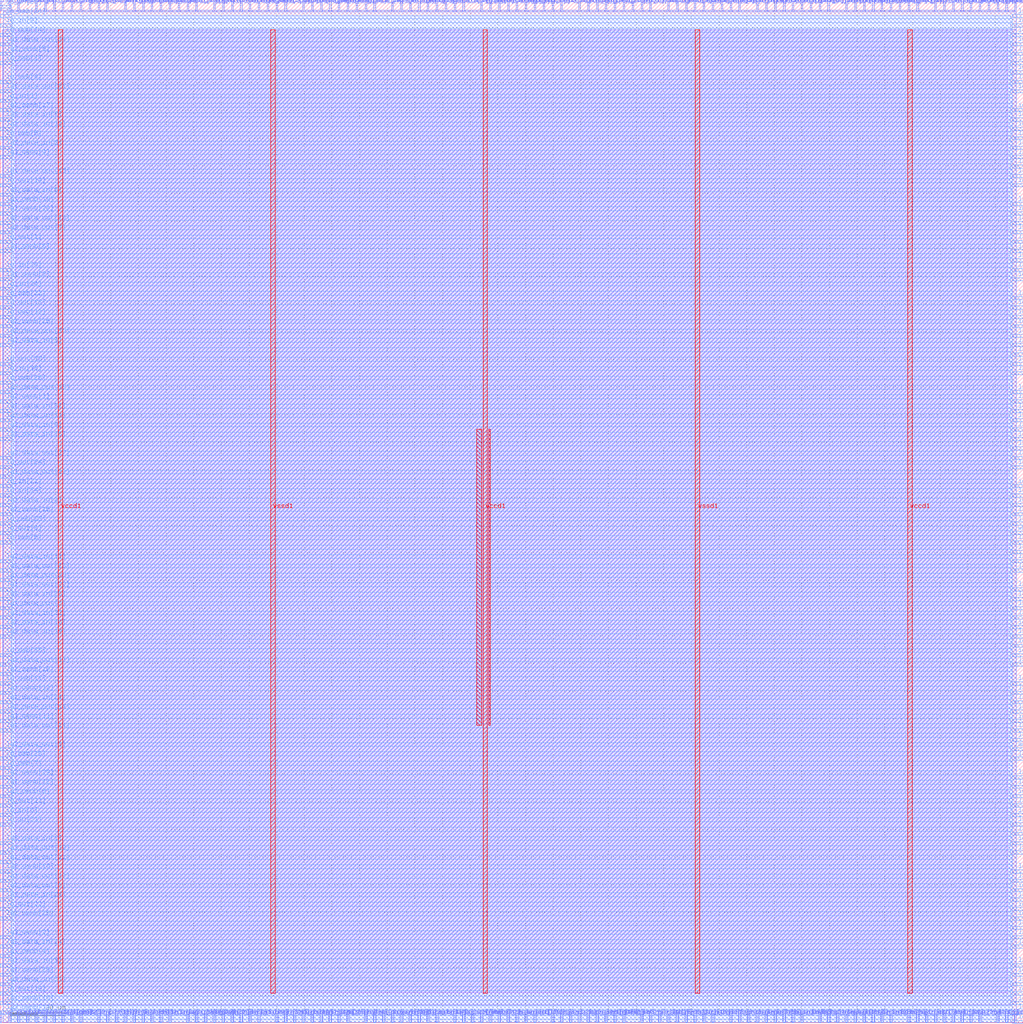
<source format=lef>
VERSION 5.7 ;
  NOWIREEXTENSIONATPIN ON ;
  DIVIDERCHAR "/" ;
  BUSBITCHARS "[]" ;
MACRO wrapped_instrumented_adder_brent
  CLASS BLOCK ;
  FOREIGN wrapped_instrumented_adder_brent ;
  ORIGIN 0.000 0.000 ;
  SIZE 370.000 BY 370.000 ;
  PIN active
    DIRECTION INPUT ;
    USE SIGNAL ;
    PORT
      LAYER met3 ;
        RECT 366.000 98.340 370.000 99.540 ;
    END
  END active
  PIN io_in[0]
    DIRECTION INPUT ;
    USE SIGNAL ;
    PORT
      LAYER met3 ;
        RECT 0.000 74.540 4.000 75.740 ;
    END
  END io_in[0]
  PIN io_in[10]
    DIRECTION INPUT ;
    USE SIGNAL ;
    PORT
      LAYER met2 ;
        RECT 363.810 0.000 364.370 4.000 ;
    END
  END io_in[10]
  PIN io_in[11]
    DIRECTION INPUT ;
    USE SIGNAL ;
    PORT
      LAYER met3 ;
        RECT 366.000 292.140 370.000 293.340 ;
    END
  END io_in[11]
  PIN io_in[12]
    DIRECTION INPUT ;
    USE SIGNAL ;
    PORT
      LAYER met3 ;
        RECT 366.000 343.140 370.000 344.340 ;
    END
  END io_in[12]
  PIN io_in[13]
    DIRECTION INPUT ;
    USE SIGNAL ;
    PORT
      LAYER met2 ;
        RECT 235.010 0.000 235.570 4.000 ;
    END
  END io_in[13]
  PIN io_in[14]
    DIRECTION INPUT ;
    USE SIGNAL ;
    PORT
      LAYER met2 ;
        RECT 251.110 0.000 251.670 4.000 ;
    END
  END io_in[14]
  PIN io_in[15]
    DIRECTION INPUT ;
    USE SIGNAL ;
    PORT
      LAYER met2 ;
        RECT 35.370 0.000 35.930 4.000 ;
    END
  END io_in[15]
  PIN io_in[16]
    DIRECTION INPUT ;
    USE SIGNAL ;
    PORT
      LAYER met3 ;
        RECT 366.000 193.540 370.000 194.740 ;
    END
  END io_in[16]
  PIN io_in[17]
    DIRECTION INPUT ;
    USE SIGNAL ;
    PORT
      LAYER met3 ;
        RECT 366.000 329.540 370.000 330.740 ;
    END
  END io_in[17]
  PIN io_in[18]
    DIRECTION INPUT ;
    USE SIGNAL ;
    PORT
      LAYER met2 ;
        RECT 41.810 0.000 42.370 4.000 ;
    END
  END io_in[18]
  PIN io_in[19]
    DIRECTION INPUT ;
    USE SIGNAL ;
    PORT
      LAYER met2 ;
        RECT 141.630 0.000 142.190 4.000 ;
    END
  END io_in[19]
  PIN io_in[1]
    DIRECTION INPUT ;
    USE SIGNAL ;
    PORT
      LAYER met3 ;
        RECT 0.000 332.940 4.000 334.140 ;
    END
  END io_in[1]
  PIN io_in[20]
    DIRECTION INPUT ;
    USE SIGNAL ;
    PORT
      LAYER met2 ;
        RECT 193.150 366.000 193.710 370.000 ;
    END
  END io_in[20]
  PIN io_in[21]
    DIRECTION INPUT ;
    USE SIGNAL ;
    PORT
      LAYER met3 ;
        RECT 0.000 193.540 4.000 194.740 ;
    END
  END io_in[21]
  PIN io_in[22]
    DIRECTION INPUT ;
    USE SIGNAL ;
    PORT
      LAYER met2 ;
        RECT 209.250 366.000 209.810 370.000 ;
    END
  END io_in[22]
  PIN io_in[23]
    DIRECTION INPUT ;
    USE SIGNAL ;
    PORT
      LAYER met2 ;
        RECT 286.530 366.000 287.090 370.000 ;
    END
  END io_in[23]
  PIN io_in[24]
    DIRECTION INPUT ;
    USE SIGNAL ;
    PORT
      LAYER met3 ;
        RECT 0.000 264.940 4.000 266.140 ;
    END
  END io_in[24]
  PIN io_in[25]
    DIRECTION INPUT ;
    USE SIGNAL ;
    PORT
      LAYER met2 ;
        RECT 328.390 366.000 328.950 370.000 ;
    END
  END io_in[25]
  PIN io_in[26]
    DIRECTION INPUT ;
    USE SIGNAL ;
    PORT
      LAYER met3 ;
        RECT 0.000 366.940 4.000 368.140 ;
    END
  END io_in[26]
  PIN io_in[27]
    DIRECTION INPUT ;
    USE SIGNAL ;
    PORT
      LAYER met2 ;
        RECT 254.330 0.000 254.890 4.000 ;
    END
  END io_in[27]
  PIN io_in[28]
    DIRECTION INPUT ;
    USE SIGNAL ;
    PORT
      LAYER met3 ;
        RECT 366.000 360.140 370.000 361.340 ;
    END
  END io_in[28]
  PIN io_in[29]
    DIRECTION INPUT ;
    USE SIGNAL ;
    PORT
      LAYER met3 ;
        RECT 366.000 251.340 370.000 252.540 ;
    END
  END io_in[29]
  PIN io_in[2]
    DIRECTION INPUT ;
    USE SIGNAL ;
    PORT
      LAYER met2 ;
        RECT 238.230 0.000 238.790 4.000 ;
    END
  END io_in[2]
  PIN io_in[30]
    DIRECTION INPUT ;
    USE SIGNAL ;
    PORT
      LAYER met3 ;
        RECT 0.000 271.740 4.000 272.940 ;
    END
  END io_in[30]
  PIN io_in[31]
    DIRECTION INPUT ;
    USE SIGNAL ;
    PORT
      LAYER met3 ;
        RECT 0.000 71.140 4.000 72.340 ;
    END
  END io_in[31]
  PIN io_in[32]
    DIRECTION INPUT ;
    USE SIGNAL ;
    PORT
      LAYER met2 ;
        RECT 119.090 0.000 119.650 4.000 ;
    END
  END io_in[32]
  PIN io_in[33]
    DIRECTION INPUT ;
    USE SIGNAL ;
    PORT
      LAYER met2 ;
        RECT 215.690 366.000 216.250 370.000 ;
    END
  END io_in[33]
  PIN io_in[34]
    DIRECTION INPUT ;
    USE SIGNAL ;
    PORT
      LAYER met3 ;
        RECT 0.000 190.140 4.000 191.340 ;
    END
  END io_in[34]
  PIN io_in[35]
    DIRECTION INPUT ;
    USE SIGNAL ;
    PORT
      LAYER met3 ;
        RECT 366.000 132.340 370.000 133.540 ;
    END
  END io_in[35]
  PIN io_in[36]
    DIRECTION INPUT ;
    USE SIGNAL ;
    PORT
      LAYER met3 ;
        RECT 0.000 234.340 4.000 235.540 ;
    END
  END io_in[36]
  PIN io_in[37]
    DIRECTION INPUT ;
    USE SIGNAL ;
    PORT
      LAYER met2 ;
        RECT 292.970 366.000 293.530 370.000 ;
    END
  END io_in[37]
  PIN io_in[3]
    DIRECTION INPUT ;
    USE SIGNAL ;
    PORT
      LAYER met2 ;
        RECT 189.930 0.000 190.490 4.000 ;
    END
  END io_in[3]
  PIN io_in[4]
    DIRECTION INPUT ;
    USE SIGNAL ;
    PORT
      LAYER met2 ;
        RECT 70.790 366.000 71.350 370.000 ;
    END
  END io_in[4]
  PIN io_in[5]
    DIRECTION INPUT ;
    USE SIGNAL ;
    PORT
      LAYER met2 ;
        RECT 225.350 366.000 225.910 370.000 ;
    END
  END io_in[5]
  PIN io_in[6]
    DIRECTION INPUT ;
    USE SIGNAL ;
    PORT
      LAYER met2 ;
        RECT 228.570 366.000 229.130 370.000 ;
    END
  END io_in[6]
  PIN io_in[7]
    DIRECTION INPUT ;
    USE SIGNAL ;
    PORT
      LAYER met2 ;
        RECT 25.710 366.000 26.270 370.000 ;
    END
  END io_in[7]
  PIN io_in[8]
    DIRECTION INPUT ;
    USE SIGNAL ;
    PORT
      LAYER met3 ;
        RECT 366.000 40.540 370.000 41.740 ;
    END
  END io_in[8]
  PIN io_in[9]
    DIRECTION INPUT ;
    USE SIGNAL ;
    PORT
      LAYER met3 ;
        RECT 0.000 360.140 4.000 361.340 ;
    END
  END io_in[9]
  PIN io_oeb[0]
    DIRECTION INOUT ;
    USE SIGNAL ;
    PORT
      LAYER met2 ;
        RECT 328.390 0.000 328.950 4.000 ;
    END
  END io_oeb[0]
  PIN io_oeb[10]
    DIRECTION INOUT ;
    USE SIGNAL ;
    PORT
      LAYER met3 ;
        RECT 366.000 81.340 370.000 82.540 ;
    END
  END io_oeb[10]
  PIN io_oeb[11]
    DIRECTION INOUT ;
    USE SIGNAL ;
    PORT
      LAYER met3 ;
        RECT 0.000 122.140 4.000 123.340 ;
    END
  END io_oeb[11]
  PIN io_oeb[12]
    DIRECTION INOUT ;
    USE SIGNAL ;
    PORT
      LAYER met3 ;
        RECT 366.000 254.740 370.000 255.940 ;
    END
  END io_oeb[12]
  PIN io_oeb[13]
    DIRECTION INOUT ;
    USE SIGNAL ;
    PORT
      LAYER met2 ;
        RECT 244.670 366.000 245.230 370.000 ;
    END
  END io_oeb[13]
  PIN io_oeb[14]
    DIRECTION INOUT ;
    USE SIGNAL ;
    PORT
      LAYER met3 ;
        RECT 0.000 356.740 4.000 357.940 ;
    END
  END io_oeb[14]
  PIN io_oeb[15]
    DIRECTION INOUT ;
    USE SIGNAL ;
    PORT
      LAYER met2 ;
        RECT 119.090 366.000 119.650 370.000 ;
    END
  END io_oeb[15]
  PIN io_oeb[16]
    DIRECTION INOUT ;
    USE SIGNAL ;
    PORT
      LAYER met2 ;
        RECT 289.750 0.000 290.310 4.000 ;
    END
  END io_oeb[16]
  PIN io_oeb[17]
    DIRECTION INOUT ;
    USE SIGNAL ;
    PORT
      LAYER met3 ;
        RECT 366.000 302.340 370.000 303.540 ;
    END
  END io_oeb[17]
  PIN io_oeb[18]
    DIRECTION INOUT ;
    USE SIGNAL ;
    PORT
      LAYER met2 ;
        RECT 51.470 366.000 52.030 370.000 ;
    END
  END io_oeb[18]
  PIN io_oeb[19]
    DIRECTION INOUT ;
    USE SIGNAL ;
    PORT
      LAYER met3 ;
        RECT 0.000 254.740 4.000 255.940 ;
    END
  END io_oeb[19]
  PIN io_oeb[1]
    DIRECTION INOUT ;
    USE SIGNAL ;
    PORT
      LAYER met3 ;
        RECT 0.000 346.540 4.000 347.740 ;
    END
  END io_oeb[1]
  PIN io_oeb[20]
    DIRECTION INOUT ;
    USE SIGNAL ;
    PORT
      LAYER met3 ;
        RECT 366.000 47.340 370.000 48.540 ;
    END
  END io_oeb[20]
  PIN io_oeb[21]
    DIRECTION INOUT ;
    USE SIGNAL ;
    PORT
      LAYER met2 ;
        RECT 173.830 0.000 174.390 4.000 ;
    END
  END io_oeb[21]
  PIN io_oeb[22]
    DIRECTION INOUT ;
    USE SIGNAL ;
    PORT
      LAYER met2 ;
        RECT 3.170 366.000 3.730 370.000 ;
    END
  END io_oeb[22]
  PIN io_oeb[23]
    DIRECTION INOUT ;
    USE SIGNAL ;
    PORT
      LAYER met3 ;
        RECT 366.000 9.940 370.000 11.140 ;
    END
  END io_oeb[23]
  PIN io_oeb[24]
    DIRECTION INOUT ;
    USE SIGNAL ;
    PORT
      LAYER met3 ;
        RECT 0.000 363.540 4.000 364.740 ;
    END
  END io_oeb[24]
  PIN io_oeb[25]
    DIRECTION INOUT ;
    USE SIGNAL ;
    PORT
      LAYER met3 ;
        RECT 0.000 94.940 4.000 96.140 ;
    END
  END io_oeb[25]
  PIN io_oeb[26]
    DIRECTION INOUT ;
    USE SIGNAL ;
    PORT
      LAYER met3 ;
        RECT 0.000 230.940 4.000 232.140 ;
    END
  END io_oeb[26]
  PIN io_oeb[27]
    DIRECTION INOUT ;
    USE SIGNAL ;
    PORT
      LAYER met3 ;
        RECT 366.000 135.740 370.000 136.940 ;
    END
  END io_oeb[27]
  PIN io_oeb[28]
    DIRECTION INOUT ;
    USE SIGNAL ;
    PORT
      LAYER met3 ;
        RECT 0.000 179.940 4.000 181.140 ;
    END
  END io_oeb[28]
  PIN io_oeb[29]
    DIRECTION INOUT ;
    USE SIGNAL ;
    PORT
      LAYER met2 ;
        RECT 222.130 0.000 222.690 4.000 ;
    END
  END io_oeb[29]
  PIN io_oeb[2]
    DIRECTION INOUT ;
    USE SIGNAL ;
    PORT
      LAYER met2 ;
        RECT 321.950 366.000 322.510 370.000 ;
    END
  END io_oeb[2]
  PIN io_oeb[30]
    DIRECTION INOUT ;
    USE SIGNAL ;
    PORT
      LAYER met3 ;
        RECT 366.000 142.540 370.000 143.740 ;
    END
  END io_oeb[30]
  PIN io_oeb[31]
    DIRECTION INOUT ;
    USE SIGNAL ;
    PORT
      LAYER met2 ;
        RECT 341.270 0.000 341.830 4.000 ;
    END
  END io_oeb[31]
  PIN io_oeb[32]
    DIRECTION INOUT ;
    USE SIGNAL ;
    PORT
      LAYER met2 ;
        RECT 218.910 366.000 219.470 370.000 ;
    END
  END io_oeb[32]
  PIN io_oeb[33]
    DIRECTION INOUT ;
    USE SIGNAL ;
    PORT
      LAYER met3 ;
        RECT 0.000 261.540 4.000 262.740 ;
    END
  END io_oeb[33]
  PIN io_oeb[34]
    DIRECTION INOUT ;
    USE SIGNAL ;
    PORT
      LAYER met2 ;
        RECT 212.470 366.000 213.030 370.000 ;
    END
  END io_oeb[34]
  PIN io_oeb[35]
    DIRECTION INOUT ;
    USE SIGNAL ;
    PORT
      LAYER met3 ;
        RECT 0.000 132.340 4.000 133.540 ;
    END
  END io_oeb[35]
  PIN io_oeb[36]
    DIRECTION INOUT ;
    USE SIGNAL ;
    PORT
      LAYER met3 ;
        RECT 366.000 336.340 370.000 337.540 ;
    END
  END io_oeb[36]
  PIN io_oeb[37]
    DIRECTION INOUT ;
    USE SIGNAL ;
    PORT
      LAYER met2 ;
        RECT 64.350 366.000 64.910 370.000 ;
    END
  END io_oeb[37]
  PIN io_oeb[3]
    DIRECTION INOUT ;
    USE SIGNAL ;
    PORT
      LAYER met3 ;
        RECT 366.000 -0.260 370.000 0.940 ;
    END
  END io_oeb[3]
  PIN io_oeb[4]
    DIRECTION INOUT ;
    USE SIGNAL ;
    PORT
      LAYER met3 ;
        RECT 0.000 339.740 4.000 340.940 ;
    END
  END io_oeb[4]
  PIN io_oeb[5]
    DIRECTION INOUT ;
    USE SIGNAL ;
    PORT
      LAYER met3 ;
        RECT 0.000 319.340 4.000 320.540 ;
    END
  END io_oeb[5]
  PIN io_oeb[6]
    DIRECTION INOUT ;
    USE SIGNAL ;
    PORT
      LAYER met3 ;
        RECT 0.000 173.140 4.000 174.340 ;
    END
  END io_oeb[6]
  PIN io_oeb[7]
    DIRECTION INOUT ;
    USE SIGNAL ;
    PORT
      LAYER met3 ;
        RECT 0.000 91.540 4.000 92.740 ;
    END
  END io_oeb[7]
  PIN io_oeb[8]
    DIRECTION INOUT ;
    USE SIGNAL ;
    PORT
      LAYER met2 ;
        RECT 151.290 366.000 151.850 370.000 ;
    END
  END io_oeb[8]
  PIN io_oeb[9]
    DIRECTION INOUT ;
    USE SIGNAL ;
    PORT
      LAYER met2 ;
        RECT 302.630 0.000 303.190 4.000 ;
    END
  END io_oeb[9]
  PIN io_out[0]
    DIRECTION INOUT ;
    USE SIGNAL ;
    PORT
      LAYER met2 ;
        RECT 360.590 366.000 361.150 370.000 ;
    END
  END io_out[0]
  PIN io_out[10]
    DIRECTION INOUT ;
    USE SIGNAL ;
    PORT
      LAYER met3 ;
        RECT 366.000 258.140 370.000 259.340 ;
    END
  END io_out[10]
  PIN io_out[11]
    DIRECTION INOUT ;
    USE SIGNAL ;
    PORT
      LAYER met2 ;
        RECT 12.830 366.000 13.390 370.000 ;
    END
  END io_out[11]
  PIN io_out[12]
    DIRECTION INOUT ;
    USE SIGNAL ;
    PORT
      LAYER met2 ;
        RECT 235.010 366.000 235.570 370.000 ;
    END
  END io_out[12]
  PIN io_out[13]
    DIRECTION INOUT ;
    USE SIGNAL ;
    PORT
      LAYER met3 ;
        RECT 0.000 258.140 4.000 259.340 ;
    END
  END io_out[13]
  PIN io_out[14]
    DIRECTION INOUT ;
    USE SIGNAL ;
    PORT
      LAYER met3 ;
        RECT 0.000 302.340 4.000 303.540 ;
    END
  END io_out[14]
  PIN io_out[15]
    DIRECTION INOUT ;
    USE SIGNAL ;
    PORT
      LAYER met3 ;
        RECT 366.000 353.340 370.000 354.540 ;
    END
  END io_out[15]
  PIN io_out[16]
    DIRECTION INOUT ;
    USE SIGNAL ;
    PORT
      LAYER met2 ;
        RECT 54.690 366.000 55.250 370.000 ;
    END
  END io_out[16]
  PIN io_out[17]
    DIRECTION INOUT ;
    USE SIGNAL ;
    PORT
      LAYER met2 ;
        RECT 189.930 366.000 190.490 370.000 ;
    END
  END io_out[17]
  PIN io_out[18]
    DIRECTION INOUT ;
    USE SIGNAL ;
    PORT
      LAYER met3 ;
        RECT 0.000 9.940 4.000 11.140 ;
    END
  END io_out[18]
  PIN io_out[19]
    DIRECTION INOUT ;
    USE SIGNAL ;
    PORT
      LAYER met2 ;
        RECT 70.790 0.000 71.350 4.000 ;
    END
  END io_out[19]
  PIN io_out[1]
    DIRECTION INOUT ;
    USE SIGNAL ;
    PORT
      LAYER met3 ;
        RECT 0.000 281.940 4.000 283.140 ;
    END
  END io_out[1]
  PIN io_out[20]
    DIRECTION INOUT ;
    USE SIGNAL ;
    PORT
      LAYER met3 ;
        RECT 366.000 186.740 370.000 187.940 ;
    END
  END io_out[20]
  PIN io_out[21]
    DIRECTION INOUT ;
    USE SIGNAL ;
    PORT
      LAYER met3 ;
        RECT 0.000 77.940 4.000 79.140 ;
    END
  END io_out[21]
  PIN io_out[22]
    DIRECTION INOUT ;
    USE SIGNAL ;
    PORT
      LAYER met3 ;
        RECT 0.000 40.540 4.000 41.740 ;
    END
  END io_out[22]
  PIN io_out[23]
    DIRECTION INOUT ;
    USE SIGNAL ;
    PORT
      LAYER met3 ;
        RECT 366.000 16.740 370.000 17.940 ;
    END
  END io_out[23]
  PIN io_out[24]
    DIRECTION INOUT ;
    USE SIGNAL ;
    PORT
      LAYER met3 ;
        RECT 0.000 200.340 4.000 201.540 ;
    END
  END io_out[24]
  PIN io_out[25]
    DIRECTION INOUT ;
    USE SIGNAL ;
    PORT
      LAYER met2 ;
        RECT 347.710 0.000 348.270 4.000 ;
    END
  END io_out[25]
  PIN io_out[26]
    DIRECTION INOUT ;
    USE SIGNAL ;
    PORT
      LAYER met3 ;
        RECT 366.000 322.740 370.000 323.940 ;
    END
  END io_out[26]
  PIN io_out[27]
    DIRECTION INOUT ;
    USE SIGNAL ;
    PORT
      LAYER met3 ;
        RECT 366.000 108.540 370.000 109.740 ;
    END
  END io_out[27]
  PIN io_out[28]
    DIRECTION INOUT ;
    USE SIGNAL ;
    PORT
      LAYER met2 ;
        RECT 167.390 0.000 167.950 4.000 ;
    END
  END io_out[28]
  PIN io_out[29]
    DIRECTION INOUT ;
    USE SIGNAL ;
    PORT
      LAYER met2 ;
        RECT 19.270 366.000 19.830 370.000 ;
    END
  END io_out[29]
  PIN io_out[2]
    DIRECTION INOUT ;
    USE SIGNAL ;
    PORT
      LAYER met2 ;
        RECT 186.710 366.000 187.270 370.000 ;
    END
  END io_out[2]
  PIN io_out[30]
    DIRECTION INOUT ;
    USE SIGNAL ;
    PORT
      LAYER met3 ;
        RECT 366.000 268.340 370.000 269.540 ;
    END
  END io_out[30]
  PIN io_out[31]
    DIRECTION INOUT ;
    USE SIGNAL ;
    PORT
      LAYER met2 ;
        RECT 273.650 366.000 274.210 370.000 ;
    END
  END io_out[31]
  PIN io_out[32]
    DIRECTION INOUT ;
    USE SIGNAL ;
    PORT
      LAYER met3 ;
        RECT 0.000 237.740 4.000 238.940 ;
    END
  END io_out[32]
  PIN io_out[33]
    DIRECTION INOUT ;
    USE SIGNAL ;
    PORT
      LAYER met2 ;
        RECT 334.830 0.000 335.390 4.000 ;
    END
  END io_out[33]
  PIN io_out[34]
    DIRECTION INOUT ;
    USE SIGNAL ;
    PORT
      LAYER met2 ;
        RECT 125.530 0.000 126.090 4.000 ;
    END
  END io_out[34]
  PIN io_out[35]
    DIRECTION INOUT ;
    USE SIGNAL ;
    PORT
      LAYER met2 ;
        RECT 96.550 366.000 97.110 370.000 ;
    END
  END io_out[35]
  PIN io_out[36]
    DIRECTION INOUT ;
    USE SIGNAL ;
    PORT
      LAYER met2 ;
        RECT 167.390 366.000 167.950 370.000 ;
    END
  END io_out[36]
  PIN io_out[37]
    DIRECTION INOUT ;
    USE SIGNAL ;
    PORT
      LAYER met2 ;
        RECT 350.930 366.000 351.490 370.000 ;
    END
  END io_out[37]
  PIN io_out[3]
    DIRECTION INOUT ;
    USE SIGNAL ;
    PORT
      LAYER met2 ;
        RECT 131.970 366.000 132.530 370.000 ;
    END
  END io_out[3]
  PIN io_out[4]
    DIRECTION INOUT ;
    USE SIGNAL ;
    PORT
      LAYER met2 ;
        RECT 6.390 366.000 6.950 370.000 ;
    END
  END io_out[4]
  PIN io_out[5]
    DIRECTION INOUT ;
    USE SIGNAL ;
    PORT
      LAYER met2 ;
        RECT 77.230 366.000 77.790 370.000 ;
    END
  END io_out[5]
  PIN io_out[6]
    DIRECTION INOUT ;
    USE SIGNAL ;
    PORT
      LAYER met3 ;
        RECT 0.000 176.540 4.000 177.740 ;
    END
  END io_out[6]
  PIN io_out[7]
    DIRECTION INOUT ;
    USE SIGNAL ;
    PORT
      LAYER met3 ;
        RECT 366.000 64.340 370.000 65.540 ;
    END
  END io_out[7]
  PIN io_out[8]
    DIRECTION INOUT ;
    USE SIGNAL ;
    PORT
      LAYER met2 ;
        RECT 28.930 366.000 29.490 370.000 ;
    END
  END io_out[8]
  PIN io_out[9]
    DIRECTION INOUT ;
    USE SIGNAL ;
    PORT
      LAYER met3 ;
        RECT 366.000 37.140 370.000 38.340 ;
    END
  END io_out[9]
  PIN la1_data_in[0]
    DIRECTION INPUT ;
    USE SIGNAL ;
    PORT
      LAYER met2 ;
        RECT 202.810 366.000 203.370 370.000 ;
    END
  END la1_data_in[0]
  PIN la1_data_in[10]
    DIRECTION INPUT ;
    USE SIGNAL ;
    PORT
      LAYER met2 ;
        RECT 16.050 366.000 16.610 370.000 ;
    END
  END la1_data_in[10]
  PIN la1_data_in[11]
    DIRECTION INPUT ;
    USE SIGNAL ;
    PORT
      LAYER met2 ;
        RECT 93.330 366.000 93.890 370.000 ;
    END
  END la1_data_in[11]
  PIN la1_data_in[12]
    DIRECTION INPUT ;
    USE SIGNAL ;
    PORT
      LAYER met3 ;
        RECT 366.000 60.940 370.000 62.140 ;
    END
  END la1_data_in[12]
  PIN la1_data_in[13]
    DIRECTION INPUT ;
    USE SIGNAL ;
    PORT
      LAYER met2 ;
        RECT 209.250 0.000 209.810 4.000 ;
    END
  END la1_data_in[13]
  PIN la1_data_in[14]
    DIRECTION INPUT ;
    USE SIGNAL ;
    PORT
      LAYER met2 ;
        RECT 299.410 0.000 299.970 4.000 ;
    END
  END la1_data_in[14]
  PIN la1_data_in[15]
    DIRECTION INPUT ;
    USE SIGNAL ;
    PORT
      LAYER met3 ;
        RECT 366.000 77.940 370.000 79.140 ;
    END
  END la1_data_in[15]
  PIN la1_data_in[16]
    DIRECTION INPUT ;
    USE SIGNAL ;
    PORT
      LAYER met2 ;
        RECT 106.210 0.000 106.770 4.000 ;
    END
  END la1_data_in[16]
  PIN la1_data_in[17]
    DIRECTION INPUT ;
    USE SIGNAL ;
    PORT
      LAYER met3 ;
        RECT 366.000 54.140 370.000 55.340 ;
    END
  END la1_data_in[17]
  PIN la1_data_in[18]
    DIRECTION INPUT ;
    USE SIGNAL ;
    PORT
      LAYER met3 ;
        RECT 366.000 139.140 370.000 140.340 ;
    END
  END la1_data_in[18]
  PIN la1_data_in[19]
    DIRECTION INPUT ;
    USE SIGNAL ;
    PORT
      LAYER met2 ;
        RECT 315.510 366.000 316.070 370.000 ;
    END
  END la1_data_in[19]
  PIN la1_data_in[1]
    DIRECTION INPUT ;
    USE SIGNAL ;
    PORT
      LAYER met2 ;
        RECT 331.610 366.000 332.170 370.000 ;
    END
  END la1_data_in[1]
  PIN la1_data_in[20]
    DIRECTION INPUT ;
    USE SIGNAL ;
    PORT
      LAYER met3 ;
        RECT 366.000 346.540 370.000 347.740 ;
    END
  END la1_data_in[20]
  PIN la1_data_in[21]
    DIRECTION INPUT ;
    USE SIGNAL ;
    PORT
      LAYER met3 ;
        RECT 366.000 309.140 370.000 310.340 ;
    END
  END la1_data_in[21]
  PIN la1_data_in[22]
    DIRECTION INPUT ;
    USE SIGNAL ;
    PORT
      LAYER met2 ;
        RECT 321.950 0.000 322.510 4.000 ;
    END
  END la1_data_in[22]
  PIN la1_data_in[23]
    DIRECTION INPUT ;
    USE SIGNAL ;
    PORT
      LAYER met2 ;
        RECT 251.110 366.000 251.670 370.000 ;
    END
  END la1_data_in[23]
  PIN la1_data_in[24]
    DIRECTION INPUT ;
    USE SIGNAL ;
    PORT
      LAYER met3 ;
        RECT 0.000 115.340 4.000 116.540 ;
    END
  END la1_data_in[24]
  PIN la1_data_in[25]
    DIRECTION INPUT ;
    USE SIGNAL ;
    PORT
      LAYER met2 ;
        RECT 280.090 366.000 280.650 370.000 ;
    END
  END la1_data_in[25]
  PIN la1_data_in[26]
    DIRECTION INPUT ;
    USE SIGNAL ;
    PORT
      LAYER met2 ;
        RECT 305.850 366.000 306.410 370.000 ;
    END
  END la1_data_in[26]
  PIN la1_data_in[27]
    DIRECTION INPUT ;
    USE SIGNAL ;
    PORT
      LAYER met2 ;
        RECT 357.370 366.000 357.930 370.000 ;
    END
  END la1_data_in[27]
  PIN la1_data_in[28]
    DIRECTION INPUT ;
    USE SIGNAL ;
    PORT
      LAYER met3 ;
        RECT 366.000 363.540 370.000 364.740 ;
    END
  END la1_data_in[28]
  PIN la1_data_in[29]
    DIRECTION INPUT ;
    USE SIGNAL ;
    PORT
      LAYER met2 ;
        RECT 115.870 0.000 116.430 4.000 ;
    END
  END la1_data_in[29]
  PIN la1_data_in[2]
    DIRECTION INPUT ;
    USE SIGNAL ;
    PORT
      LAYER met2 ;
        RECT 164.170 0.000 164.730 4.000 ;
    END
  END la1_data_in[2]
  PIN la1_data_in[30]
    DIRECTION INPUT ;
    USE SIGNAL ;
    PORT
      LAYER met3 ;
        RECT 366.000 247.940 370.000 249.140 ;
    END
  END la1_data_in[30]
  PIN la1_data_in[31]
    DIRECTION INPUT ;
    USE SIGNAL ;
    PORT
      LAYER met3 ;
        RECT 0.000 220.740 4.000 221.940 ;
    END
  END la1_data_in[31]
  PIN la1_data_in[3]
    DIRECTION INPUT ;
    USE SIGNAL ;
    PORT
      LAYER met3 ;
        RECT 0.000 20.140 4.000 21.340 ;
    END
  END la1_data_in[3]
  PIN la1_data_in[4]
    DIRECTION INPUT ;
    USE SIGNAL ;
    PORT
      LAYER met2 ;
        RECT 263.990 366.000 264.550 370.000 ;
    END
  END la1_data_in[4]
  PIN la1_data_in[5]
    DIRECTION INPUT ;
    USE SIGNAL ;
    PORT
      LAYER met2 ;
        RECT 244.670 0.000 245.230 4.000 ;
    END
  END la1_data_in[5]
  PIN la1_data_in[6]
    DIRECTION INPUT ;
    USE SIGNAL ;
    PORT
      LAYER met2 ;
        RECT 212.470 0.000 213.030 4.000 ;
    END
  END la1_data_in[6]
  PIN la1_data_in[7]
    DIRECTION INPUT ;
    USE SIGNAL ;
    PORT
      LAYER met2 ;
        RECT 67.570 366.000 68.130 370.000 ;
    END
  END la1_data_in[7]
  PIN la1_data_in[8]
    DIRECTION INPUT ;
    USE SIGNAL ;
    PORT
      LAYER met2 ;
        RECT 263.990 0.000 264.550 4.000 ;
    END
  END la1_data_in[8]
  PIN la1_data_in[9]
    DIRECTION INPUT ;
    USE SIGNAL ;
    PORT
      LAYER met2 ;
        RECT 83.670 0.000 84.230 4.000 ;
    END
  END la1_data_in[9]
  PIN la1_data_out[0]
    DIRECTION INOUT ;
    USE SIGNAL ;
    PORT
      LAYER met2 ;
        RECT 164.170 366.000 164.730 370.000 ;
    END
  END la1_data_out[0]
  PIN la1_data_out[10]
    DIRECTION INOUT ;
    USE SIGNAL ;
    PORT
      LAYER met2 ;
        RECT 157.730 0.000 158.290 4.000 ;
    END
  END la1_data_out[10]
  PIN la1_data_out[11]
    DIRECTION INOUT ;
    USE SIGNAL ;
    PORT
      LAYER met3 ;
        RECT 0.000 57.540 4.000 58.740 ;
    END
  END la1_data_out[11]
  PIN la1_data_out[12]
    DIRECTION INOUT ;
    USE SIGNAL ;
    PORT
      LAYER met3 ;
        RECT 366.000 224.140 370.000 225.340 ;
    END
  END la1_data_out[12]
  PIN la1_data_out[13]
    DIRECTION INOUT ;
    USE SIGNAL ;
    PORT
      LAYER met3 ;
        RECT 366.000 74.540 370.000 75.740 ;
    END
  END la1_data_out[13]
  PIN la1_data_out[14]
    DIRECTION INOUT ;
    USE SIGNAL ;
    PORT
      LAYER met3 ;
        RECT 0.000 105.140 4.000 106.340 ;
    END
  END la1_data_out[14]
  PIN la1_data_out[15]
    DIRECTION INOUT ;
    USE SIGNAL ;
    PORT
      LAYER met2 ;
        RECT 231.790 0.000 232.350 4.000 ;
    END
  END la1_data_out[15]
  PIN la1_data_out[16]
    DIRECTION INOUT ;
    USE SIGNAL ;
    PORT
      LAYER met3 ;
        RECT 0.000 305.740 4.000 306.940 ;
    END
  END la1_data_out[16]
  PIN la1_data_out[17]
    DIRECTION INOUT ;
    USE SIGNAL ;
    PORT
      LAYER met2 ;
        RECT 122.310 0.000 122.870 4.000 ;
    END
  END la1_data_out[17]
  PIN la1_data_out[18]
    DIRECTION INOUT ;
    USE SIGNAL ;
    PORT
      LAYER met2 ;
        RECT 148.070 0.000 148.630 4.000 ;
    END
  END la1_data_out[18]
  PIN la1_data_out[19]
    DIRECTION INOUT ;
    USE SIGNAL ;
    PORT
      LAYER met2 ;
        RECT 57.910 0.000 58.470 4.000 ;
    END
  END la1_data_out[19]
  PIN la1_data_out[1]
    DIRECTION INOUT ;
    USE SIGNAL ;
    PORT
      LAYER met3 ;
        RECT 366.000 149.340 370.000 150.540 ;
    END
  END la1_data_out[1]
  PIN la1_data_out[20]
    DIRECTION INOUT ;
    USE SIGNAL ;
    PORT
      LAYER met3 ;
        RECT 0.000 159.540 4.000 160.740 ;
    END
  END la1_data_out[20]
  PIN la1_data_out[21]
    DIRECTION INOUT ;
    USE SIGNAL ;
    PORT
      LAYER met3 ;
        RECT 0.000 336.340 4.000 337.540 ;
    END
  END la1_data_out[21]
  PIN la1_data_out[22]
    DIRECTION INOUT ;
    USE SIGNAL ;
    PORT
      LAYER met3 ;
        RECT 0.000 156.140 4.000 157.340 ;
    END
  END la1_data_out[22]
  PIN la1_data_out[23]
    DIRECTION INOUT ;
    USE SIGNAL ;
    PORT
      LAYER met2 ;
        RECT 102.990 366.000 103.550 370.000 ;
    END
  END la1_data_out[23]
  PIN la1_data_out[24]
    DIRECTION INOUT ;
    USE SIGNAL ;
    PORT
      LAYER met3 ;
        RECT 0.000 353.340 4.000 354.540 ;
    END
  END la1_data_out[24]
  PIN la1_data_out[25]
    DIRECTION INOUT ;
    USE SIGNAL ;
    PORT
      LAYER met3 ;
        RECT 366.000 295.540 370.000 296.740 ;
    END
  END la1_data_out[25]
  PIN la1_data_out[26]
    DIRECTION INOUT ;
    USE SIGNAL ;
    PORT
      LAYER met2 ;
        RECT 344.490 366.000 345.050 370.000 ;
    END
  END la1_data_out[26]
  PIN la1_data_out[27]
    DIRECTION INOUT ;
    USE SIGNAL ;
    PORT
      LAYER met3 ;
        RECT 366.000 162.940 370.000 164.140 ;
    END
  END la1_data_out[27]
  PIN la1_data_out[28]
    DIRECTION INOUT ;
    USE SIGNAL ;
    PORT
      LAYER met2 ;
        RECT 222.130 366.000 222.690 370.000 ;
    END
  END la1_data_out[28]
  PIN la1_data_out[29]
    DIRECTION INOUT ;
    USE SIGNAL ;
    PORT
      LAYER met3 ;
        RECT 0.000 196.940 4.000 198.140 ;
    END
  END la1_data_out[29]
  PIN la1_data_out[2]
    DIRECTION INOUT ;
    USE SIGNAL ;
    PORT
      LAYER met2 ;
        RECT 109.430 0.000 109.990 4.000 ;
    END
  END la1_data_out[2]
  PIN la1_data_out[30]
    DIRECTION INOUT ;
    USE SIGNAL ;
    PORT
      LAYER met2 ;
        RECT 131.970 0.000 132.530 4.000 ;
    END
  END la1_data_out[30]
  PIN la1_data_out[31]
    DIRECTION INOUT ;
    USE SIGNAL ;
    PORT
      LAYER met3 ;
        RECT 366.000 128.940 370.000 130.140 ;
    END
  END la1_data_out[31]
  PIN la1_data_out[3]
    DIRECTION INOUT ;
    USE SIGNAL ;
    PORT
      LAYER met3 ;
        RECT 0.000 149.340 4.000 150.540 ;
    END
  END la1_data_out[3]
  PIN la1_data_out[4]
    DIRECTION INOUT ;
    USE SIGNAL ;
    PORT
      LAYER met2 ;
        RECT 90.110 366.000 90.670 370.000 ;
    END
  END la1_data_out[4]
  PIN la1_data_out[5]
    DIRECTION INOUT ;
    USE SIGNAL ;
    PORT
      LAYER met2 ;
        RECT 199.590 366.000 200.150 370.000 ;
    END
  END la1_data_out[5]
  PIN la1_data_out[6]
    DIRECTION INOUT ;
    USE SIGNAL ;
    PORT
      LAYER met3 ;
        RECT 366.000 278.540 370.000 279.740 ;
    END
  END la1_data_out[6]
  PIN la1_data_out[7]
    DIRECTION INOUT ;
    USE SIGNAL ;
    PORT
      LAYER met2 ;
        RECT 157.730 366.000 158.290 370.000 ;
    END
  END la1_data_out[7]
  PIN la1_data_out[8]
    DIRECTION INOUT ;
    USE SIGNAL ;
    PORT
      LAYER met3 ;
        RECT 366.000 319.340 370.000 320.540 ;
    END
  END la1_data_out[8]
  PIN la1_data_out[9]
    DIRECTION INOUT ;
    USE SIGNAL ;
    PORT
      LAYER met3 ;
        RECT 366.000 26.940 370.000 28.140 ;
    END
  END la1_data_out[9]
  PIN la1_oenb[0]
    DIRECTION INPUT ;
    USE SIGNAL ;
    PORT
      LAYER met2 ;
        RECT 309.070 366.000 309.630 370.000 ;
    END
  END la1_oenb[0]
  PIN la1_oenb[10]
    DIRECTION INPUT ;
    USE SIGNAL ;
    PORT
      LAYER met3 ;
        RECT 0.000 6.540 4.000 7.740 ;
    END
  END la1_oenb[10]
  PIN la1_oenb[11]
    DIRECTION INPUT ;
    USE SIGNAL ;
    PORT
      LAYER met2 ;
        RECT 102.990 0.000 103.550 4.000 ;
    END
  END la1_oenb[11]
  PIN la1_oenb[12]
    DIRECTION INPUT ;
    USE SIGNAL ;
    PORT
      LAYER met3 ;
        RECT 0.000 84.740 4.000 85.940 ;
    END
  END la1_oenb[12]
  PIN la1_oenb[13]
    DIRECTION INPUT ;
    USE SIGNAL ;
    PORT
      LAYER met2 ;
        RECT 186.710 0.000 187.270 4.000 ;
    END
  END la1_oenb[13]
  PIN la1_oenb[14]
    DIRECTION INPUT ;
    USE SIGNAL ;
    PORT
      LAYER met2 ;
        RECT 83.670 366.000 84.230 370.000 ;
    END
  END la1_oenb[14]
  PIN la1_oenb[15]
    DIRECTION INPUT ;
    USE SIGNAL ;
    PORT
      LAYER met2 ;
        RECT 48.250 0.000 48.810 4.000 ;
    END
  END la1_oenb[15]
  PIN la1_oenb[16]
    DIRECTION INPUT ;
    USE SIGNAL ;
    PORT
      LAYER met2 ;
        RECT 35.370 366.000 35.930 370.000 ;
    END
  END la1_oenb[16]
  PIN la1_oenb[17]
    DIRECTION INPUT ;
    USE SIGNAL ;
    PORT
      LAYER met2 ;
        RECT 151.290 0.000 151.850 4.000 ;
    END
  END la1_oenb[17]
  PIN la1_oenb[18]
    DIRECTION INPUT ;
    USE SIGNAL ;
    PORT
      LAYER met2 ;
        RECT 45.030 366.000 45.590 370.000 ;
    END
  END la1_oenb[18]
  PIN la1_oenb[19]
    DIRECTION INPUT ;
    USE SIGNAL ;
    PORT
      LAYER met3 ;
        RECT 0.000 295.540 4.000 296.740 ;
    END
  END la1_oenb[19]
  PIN la1_oenb[1]
    DIRECTION INPUT ;
    USE SIGNAL ;
    PORT
      LAYER met2 ;
        RECT 144.850 366.000 145.410 370.000 ;
    END
  END la1_oenb[1]
  PIN la1_oenb[20]
    DIRECTION INPUT ;
    USE SIGNAL ;
    PORT
      LAYER met3 ;
        RECT 0.000 292.140 4.000 293.340 ;
    END
  END la1_oenb[20]
  PIN la1_oenb[21]
    DIRECTION INPUT ;
    USE SIGNAL ;
    PORT
      LAYER met3 ;
        RECT 366.000 43.940 370.000 45.140 ;
    END
  END la1_oenb[21]
  PIN la1_oenb[22]
    DIRECTION INPUT ;
    USE SIGNAL ;
    PORT
      LAYER met2 ;
        RECT 170.610 0.000 171.170 4.000 ;
    END
  END la1_oenb[22]
  PIN la1_oenb[23]
    DIRECTION INPUT ;
    USE SIGNAL ;
    PORT
      LAYER met2 ;
        RECT 93.330 0.000 93.890 4.000 ;
    END
  END la1_oenb[23]
  PIN la1_oenb[24]
    DIRECTION INPUT ;
    USE SIGNAL ;
    PORT
      LAYER met3 ;
        RECT 366.000 275.140 370.000 276.340 ;
    END
  END la1_oenb[24]
  PIN la1_oenb[25]
    DIRECTION INPUT ;
    USE SIGNAL ;
    PORT
      LAYER met3 ;
        RECT 366.000 122.140 370.000 123.340 ;
    END
  END la1_oenb[25]
  PIN la1_oenb[26]
    DIRECTION INPUT ;
    USE SIGNAL ;
    PORT
      LAYER met2 ;
        RECT 354.150 0.000 354.710 4.000 ;
    END
  END la1_oenb[26]
  PIN la1_oenb[27]
    DIRECTION INPUT ;
    USE SIGNAL ;
    PORT
      LAYER met2 ;
        RECT 148.070 366.000 148.630 370.000 ;
    END
  END la1_oenb[27]
  PIN la1_oenb[28]
    DIRECTION INPUT ;
    USE SIGNAL ;
    PORT
      LAYER met2 ;
        RECT 276.870 366.000 277.430 370.000 ;
    END
  END la1_oenb[28]
  PIN la1_oenb[29]
    DIRECTION INPUT ;
    USE SIGNAL ;
    PORT
      LAYER met3 ;
        RECT 0.000 16.740 4.000 17.940 ;
    END
  END la1_oenb[29]
  PIN la1_oenb[2]
    DIRECTION INPUT ;
    USE SIGNAL ;
    PORT
      LAYER met3 ;
        RECT 0.000 268.340 4.000 269.540 ;
    END
  END la1_oenb[2]
  PIN la1_oenb[30]
    DIRECTION INPUT ;
    USE SIGNAL ;
    PORT
      LAYER met2 ;
        RECT 183.490 366.000 184.050 370.000 ;
    END
  END la1_oenb[30]
  PIN la1_oenb[31]
    DIRECTION INPUT ;
    USE SIGNAL ;
    PORT
      LAYER met2 ;
        RECT 19.270 0.000 19.830 4.000 ;
    END
  END la1_oenb[31]
  PIN la1_oenb[3]
    DIRECTION INPUT ;
    USE SIGNAL ;
    PORT
      LAYER met2 ;
        RECT 144.850 0.000 145.410 4.000 ;
    END
  END la1_oenb[3]
  PIN la1_oenb[4]
    DIRECTION INPUT ;
    USE SIGNAL ;
    PORT
      LAYER met3 ;
        RECT 0.000 23.540 4.000 24.740 ;
    END
  END la1_oenb[4]
  PIN la1_oenb[5]
    DIRECTION INPUT ;
    USE SIGNAL ;
    PORT
      LAYER met2 ;
        RECT 318.730 0.000 319.290 4.000 ;
    END
  END la1_oenb[5]
  PIN la1_oenb[6]
    DIRECTION INPUT ;
    USE SIGNAL ;
    PORT
      LAYER met3 ;
        RECT 0.000 278.540 4.000 279.740 ;
    END
  END la1_oenb[6]
  PIN la1_oenb[7]
    DIRECTION INPUT ;
    USE SIGNAL ;
    PORT
      LAYER met2 ;
        RECT 80.450 0.000 81.010 4.000 ;
    END
  END la1_oenb[7]
  PIN la1_oenb[8]
    DIRECTION INPUT ;
    USE SIGNAL ;
    PORT
      LAYER met2 ;
        RECT 315.510 0.000 316.070 4.000 ;
    END
  END la1_oenb[8]
  PIN la1_oenb[9]
    DIRECTION INPUT ;
    USE SIGNAL ;
    PORT
      LAYER met3 ;
        RECT 366.000 169.740 370.000 170.940 ;
    END
  END la1_oenb[9]
  PIN la2_data_in[0]
    DIRECTION INPUT ;
    USE SIGNAL ;
    PORT
      LAYER met2 ;
        RECT 80.450 366.000 81.010 370.000 ;
    END
  END la2_data_in[0]
  PIN la2_data_in[10]
    DIRECTION INPUT ;
    USE SIGNAL ;
    PORT
      LAYER met3 ;
        RECT 0.000 142.540 4.000 143.740 ;
    END
  END la2_data_in[10]
  PIN la2_data_in[11]
    DIRECTION INPUT ;
    USE SIGNAL ;
    PORT
      LAYER met3 ;
        RECT 0.000 166.340 4.000 167.540 ;
    END
  END la2_data_in[11]
  PIN la2_data_in[12]
    DIRECTION INPUT ;
    USE SIGNAL ;
    PORT
      LAYER met3 ;
        RECT 0.000 322.740 4.000 323.940 ;
    END
  END la2_data_in[12]
  PIN la2_data_in[13]
    DIRECTION INPUT ;
    USE SIGNAL ;
    PORT
      LAYER met2 ;
        RECT 112.650 366.000 113.210 370.000 ;
    END
  END la2_data_in[13]
  PIN la2_data_in[14]
    DIRECTION INPUT ;
    USE SIGNAL ;
    PORT
      LAYER met2 ;
        RECT 177.050 366.000 177.610 370.000 ;
    END
  END la2_data_in[14]
  PIN la2_data_in[15]
    DIRECTION INPUT ;
    USE SIGNAL ;
    PORT
      LAYER met3 ;
        RECT 366.000 67.740 370.000 68.940 ;
    END
  END la2_data_in[15]
  PIN la2_data_in[16]
    DIRECTION INPUT ;
    USE SIGNAL ;
    PORT
      LAYER met2 ;
        RECT 299.410 366.000 299.970 370.000 ;
    END
  END la2_data_in[16]
  PIN la2_data_in[17]
    DIRECTION INPUT ;
    USE SIGNAL ;
    PORT
      LAYER met3 ;
        RECT 366.000 237.740 370.000 238.940 ;
    END
  END la2_data_in[17]
  PIN la2_data_in[18]
    DIRECTION INPUT ;
    USE SIGNAL ;
    PORT
      LAYER met3 ;
        RECT 366.000 312.540 370.000 313.740 ;
    END
  END la2_data_in[18]
  PIN la2_data_in[19]
    DIRECTION INPUT ;
    USE SIGNAL ;
    PORT
      LAYER met3 ;
        RECT 0.000 139.140 4.000 140.340 ;
    END
  END la2_data_in[19]
  PIN la2_data_in[1]
    DIRECTION INPUT ;
    USE SIGNAL ;
    PORT
      LAYER met2 ;
        RECT 128.750 366.000 129.310 370.000 ;
    END
  END la2_data_in[1]
  PIN la2_data_in[20]
    DIRECTION INPUT ;
    USE SIGNAL ;
    PORT
      LAYER met2 ;
        RECT 90.110 0.000 90.670 4.000 ;
    END
  END la2_data_in[20]
  PIN la2_data_in[21]
    DIRECTION INPUT ;
    USE SIGNAL ;
    PORT
      LAYER met2 ;
        RECT 305.850 0.000 306.410 4.000 ;
    END
  END la2_data_in[21]
  PIN la2_data_in[22]
    DIRECTION INPUT ;
    USE SIGNAL ;
    PORT
      LAYER met3 ;
        RECT 0.000 145.940 4.000 147.140 ;
    END
  END la2_data_in[22]
  PIN la2_data_in[23]
    DIRECTION INPUT ;
    USE SIGNAL ;
    PORT
      LAYER met3 ;
        RECT 366.000 84.740 370.000 85.940 ;
    END
  END la2_data_in[23]
  PIN la2_data_in[24]
    DIRECTION INPUT ;
    USE SIGNAL ;
    PORT
      LAYER met2 ;
        RECT 367.030 366.000 367.590 370.000 ;
    END
  END la2_data_in[24]
  PIN la2_data_in[25]
    DIRECTION INPUT ;
    USE SIGNAL ;
    PORT
      LAYER met2 ;
        RECT 218.910 0.000 219.470 4.000 ;
    END
  END la2_data_in[25]
  PIN la2_data_in[26]
    DIRECTION INPUT ;
    USE SIGNAL ;
    PORT
      LAYER met3 ;
        RECT 366.000 156.140 370.000 157.340 ;
    END
  END la2_data_in[26]
  PIN la2_data_in[27]
    DIRECTION INPUT ;
    USE SIGNAL ;
    PORT
      LAYER met3 ;
        RECT 366.000 118.740 370.000 119.940 ;
    END
  END la2_data_in[27]
  PIN la2_data_in[28]
    DIRECTION INPUT ;
    USE SIGNAL ;
    PORT
      LAYER met3 ;
        RECT 366.000 244.540 370.000 245.740 ;
    END
  END la2_data_in[28]
  PIN la2_data_in[29]
    DIRECTION INPUT ;
    USE SIGNAL ;
    PORT
      LAYER met3 ;
        RECT 366.000 190.140 370.000 191.340 ;
    END
  END la2_data_in[29]
  PIN la2_data_in[2]
    DIRECTION INPUT ;
    USE SIGNAL ;
    PORT
      LAYER met2 ;
        RECT 160.950 366.000 161.510 370.000 ;
    END
  END la2_data_in[2]
  PIN la2_data_in[30]
    DIRECTION INPUT ;
    USE SIGNAL ;
    PORT
      LAYER met3 ;
        RECT 366.000 200.340 370.000 201.540 ;
    END
  END la2_data_in[30]
  PIN la2_data_in[31]
    DIRECTION INPUT ;
    USE SIGNAL ;
    PORT
      LAYER met3 ;
        RECT 0.000 13.340 4.000 14.540 ;
    END
  END la2_data_in[31]
  PIN la2_data_in[3]
    DIRECTION INPUT ;
    USE SIGNAL ;
    PORT
      LAYER met2 ;
        RECT 309.070 0.000 309.630 4.000 ;
    END
  END la2_data_in[3]
  PIN la2_data_in[4]
    DIRECTION INPUT ;
    USE SIGNAL ;
    PORT
      LAYER met2 ;
        RECT 51.470 0.000 52.030 4.000 ;
    END
  END la2_data_in[4]
  PIN la2_data_in[5]
    DIRECTION INPUT ;
    USE SIGNAL ;
    PORT
      LAYER met3 ;
        RECT 0.000 244.540 4.000 245.740 ;
    END
  END la2_data_in[5]
  PIN la2_data_in[6]
    DIRECTION INPUT ;
    USE SIGNAL ;
    PORT
      LAYER met2 ;
        RECT 280.090 0.000 280.650 4.000 ;
    END
  END la2_data_in[6]
  PIN la2_data_in[7]
    DIRECTION INPUT ;
    USE SIGNAL ;
    PORT
      LAYER met3 ;
        RECT 366.000 13.340 370.000 14.540 ;
    END
  END la2_data_in[7]
  PIN la2_data_in[8]
    DIRECTION INPUT ;
    USE SIGNAL ;
    PORT
      LAYER met2 ;
        RECT 61.130 366.000 61.690 370.000 ;
    END
  END la2_data_in[8]
  PIN la2_data_in[9]
    DIRECTION INPUT ;
    USE SIGNAL ;
    PORT
      LAYER met3 ;
        RECT 0.000 213.940 4.000 215.140 ;
    END
  END la2_data_in[9]
  PIN la2_data_out[0]
    DIRECTION INOUT ;
    USE SIGNAL ;
    PORT
      LAYER met2 ;
        RECT 173.830 366.000 174.390 370.000 ;
    END
  END la2_data_out[0]
  PIN la2_data_out[10]
    DIRECTION INOUT ;
    USE SIGNAL ;
    PORT
      LAYER met3 ;
        RECT 0.000 288.740 4.000 289.940 ;
    END
  END la2_data_out[10]
  PIN la2_data_out[11]
    DIRECTION INOUT ;
    USE SIGNAL ;
    PORT
      LAYER met2 ;
        RECT 99.770 0.000 100.330 4.000 ;
    END
  END la2_data_out[11]
  PIN la2_data_out[12]
    DIRECTION INOUT ;
    USE SIGNAL ;
    PORT
      LAYER met3 ;
        RECT 366.000 210.540 370.000 211.740 ;
    END
  END la2_data_out[12]
  PIN la2_data_out[13]
    DIRECTION INOUT ;
    USE SIGNAL ;
    PORT
      LAYER met2 ;
        RECT 312.290 0.000 312.850 4.000 ;
    END
  END la2_data_out[13]
  PIN la2_data_out[14]
    DIRECTION INOUT ;
    USE SIGNAL ;
    PORT
      LAYER met3 ;
        RECT 0.000 111.940 4.000 113.140 ;
    END
  END la2_data_out[14]
  PIN la2_data_out[15]
    DIRECTION INOUT ;
    USE SIGNAL ;
    PORT
      LAYER met2 ;
        RECT 61.130 0.000 61.690 4.000 ;
    END
  END la2_data_out[15]
  PIN la2_data_out[16]
    DIRECTION INOUT ;
    USE SIGNAL ;
    PORT
      LAYER met3 ;
        RECT 366.000 179.940 370.000 181.140 ;
    END
  END la2_data_out[16]
  PIN la2_data_out[17]
    DIRECTION INOUT ;
    USE SIGNAL ;
    PORT
      LAYER met3 ;
        RECT 0.000 128.940 4.000 130.140 ;
    END
  END la2_data_out[17]
  PIN la2_data_out[18]
    DIRECTION INOUT ;
    USE SIGNAL ;
    PORT
      LAYER met3 ;
        RECT 366.000 356.740 370.000 357.940 ;
    END
  END la2_data_out[18]
  PIN la2_data_out[19]
    DIRECTION INOUT ;
    USE SIGNAL ;
    PORT
      LAYER met3 ;
        RECT 366.000 305.740 370.000 306.940 ;
    END
  END la2_data_out[19]
  PIN la2_data_out[1]
    DIRECTION INOUT ;
    USE SIGNAL ;
    PORT
      LAYER met3 ;
        RECT 366.000 288.740 370.000 289.940 ;
    END
  END la2_data_out[1]
  PIN la2_data_out[20]
    DIRECTION INOUT ;
    USE SIGNAL ;
    PORT
      LAYER met3 ;
        RECT 366.000 285.340 370.000 286.540 ;
    END
  END la2_data_out[20]
  PIN la2_data_out[21]
    DIRECTION INOUT ;
    USE SIGNAL ;
    PORT
      LAYER met2 ;
        RECT 180.270 0.000 180.830 4.000 ;
    END
  END la2_data_out[21]
  PIN la2_data_out[22]
    DIRECTION INOUT ;
    USE SIGNAL ;
    PORT
      LAYER met2 ;
        RECT 341.270 366.000 341.830 370.000 ;
    END
  END la2_data_out[22]
  PIN la2_data_out[23]
    DIRECTION INOUT ;
    USE SIGNAL ;
    PORT
      LAYER met2 ;
        RECT 9.610 0.000 10.170 4.000 ;
    END
  END la2_data_out[23]
  PIN la2_data_out[24]
    DIRECTION INOUT ;
    USE SIGNAL ;
    PORT
      LAYER met2 ;
        RECT 3.170 0.000 3.730 4.000 ;
    END
  END la2_data_out[24]
  PIN la2_data_out[25]
    DIRECTION INOUT ;
    USE SIGNAL ;
    PORT
      LAYER met2 ;
        RECT 22.490 366.000 23.050 370.000 ;
    END
  END la2_data_out[25]
  PIN la2_data_out[26]
    DIRECTION INOUT ;
    USE SIGNAL ;
    PORT
      LAYER met2 ;
        RECT 183.490 0.000 184.050 4.000 ;
    END
  END la2_data_out[26]
  PIN la2_data_out[27]
    DIRECTION INOUT ;
    USE SIGNAL ;
    PORT
      LAYER met2 ;
        RECT 367.030 0.000 367.590 4.000 ;
    END
  END la2_data_out[27]
  PIN la2_data_out[28]
    DIRECTION INOUT ;
    USE SIGNAL ;
    PORT
      LAYER met2 ;
        RECT 363.810 366.000 364.370 370.000 ;
    END
  END la2_data_out[28]
  PIN la2_data_out[29]
    DIRECTION INOUT ;
    USE SIGNAL ;
    PORT
      LAYER met3 ;
        RECT 366.000 30.340 370.000 31.540 ;
    END
  END la2_data_out[29]
  PIN la2_data_out[2]
    DIRECTION INOUT ;
    USE SIGNAL ;
    PORT
      LAYER met2 ;
        RECT 154.510 366.000 155.070 370.000 ;
    END
  END la2_data_out[2]
  PIN la2_data_out[30]
    DIRECTION INOUT ;
    USE SIGNAL ;
    PORT
      LAYER met3 ;
        RECT 0.000 247.940 4.000 249.140 ;
    END
  END la2_data_out[30]
  PIN la2_data_out[31]
    DIRECTION INOUT ;
    USE SIGNAL ;
    PORT
      LAYER met2 ;
        RECT 67.570 0.000 68.130 4.000 ;
    END
  END la2_data_out[31]
  PIN la2_data_out[3]
    DIRECTION INOUT ;
    USE SIGNAL ;
    PORT
      LAYER met2 ;
        RECT 154.510 0.000 155.070 4.000 ;
    END
  END la2_data_out[3]
  PIN la2_data_out[4]
    DIRECTION INOUT ;
    USE SIGNAL ;
    PORT
      LAYER met2 ;
        RECT 318.730 366.000 319.290 370.000 ;
    END
  END la2_data_out[4]
  PIN la2_data_out[5]
    DIRECTION INOUT ;
    USE SIGNAL ;
    PORT
      LAYER met3 ;
        RECT 0.000 98.340 4.000 99.540 ;
    END
  END la2_data_out[5]
  PIN la2_data_out[6]
    DIRECTION INOUT ;
    USE SIGNAL ;
    PORT
      LAYER met2 ;
        RECT 135.190 0.000 135.750 4.000 ;
    END
  END la2_data_out[6]
  PIN la2_data_out[7]
    DIRECTION INOUT ;
    USE SIGNAL ;
    PORT
      LAYER met3 ;
        RECT 0.000 285.340 4.000 286.540 ;
    END
  END la2_data_out[7]
  PIN la2_data_out[8]
    DIRECTION INOUT ;
    USE SIGNAL ;
    PORT
      LAYER met3 ;
        RECT 366.000 166.340 370.000 167.540 ;
    END
  END la2_data_out[8]
  PIN la2_data_out[9]
    DIRECTION INOUT ;
    USE SIGNAL ;
    PORT
      LAYER met3 ;
        RECT 366.000 234.340 370.000 235.540 ;
    END
  END la2_data_out[9]
  PIN la2_oenb[0]
    DIRECTION INPUT ;
    USE SIGNAL ;
    PORT
      LAYER met2 ;
        RECT 273.650 0.000 274.210 4.000 ;
    END
  END la2_oenb[0]
  PIN la2_oenb[10]
    DIRECTION INPUT ;
    USE SIGNAL ;
    PORT
      LAYER met3 ;
        RECT 0.000 54.140 4.000 55.340 ;
    END
  END la2_oenb[10]
  PIN la2_oenb[11]
    DIRECTION INPUT ;
    USE SIGNAL ;
    PORT
      LAYER met2 ;
        RECT 350.930 0.000 351.490 4.000 ;
    END
  END la2_oenb[11]
  PIN la2_oenb[12]
    DIRECTION INPUT ;
    USE SIGNAL ;
    PORT
      LAYER met3 ;
        RECT 366.000 220.740 370.000 221.940 ;
    END
  END la2_oenb[12]
  PIN la2_oenb[13]
    DIRECTION INPUT ;
    USE SIGNAL ;
    PORT
      LAYER met2 ;
        RECT 260.770 366.000 261.330 370.000 ;
    END
  END la2_oenb[13]
  PIN la2_oenb[14]
    DIRECTION INPUT ;
    USE SIGNAL ;
    PORT
      LAYER met3 ;
        RECT 0.000 3.140 4.000 4.340 ;
    END
  END la2_oenb[14]
  PIN la2_oenb[15]
    DIRECTION INPUT ;
    USE SIGNAL ;
    PORT
      LAYER met2 ;
        RECT 270.430 0.000 270.990 4.000 ;
    END
  END la2_oenb[15]
  PIN la2_oenb[16]
    DIRECTION INPUT ;
    USE SIGNAL ;
    PORT
      LAYER met2 ;
        RECT 338.050 366.000 338.610 370.000 ;
    END
  END la2_oenb[16]
  PIN la2_oenb[17]
    DIRECTION INPUT ;
    USE SIGNAL ;
    PORT
      LAYER met3 ;
        RECT 366.000 20.140 370.000 21.340 ;
    END
  END la2_oenb[17]
  PIN la2_oenb[18]
    DIRECTION INPUT ;
    USE SIGNAL ;
    PORT
      LAYER met2 ;
        RECT 231.790 366.000 232.350 370.000 ;
    END
  END la2_oenb[18]
  PIN la2_oenb[19]
    DIRECTION INPUT ;
    USE SIGNAL ;
    PORT
      LAYER met2 ;
        RECT 331.610 0.000 332.170 4.000 ;
    END
  END la2_oenb[19]
  PIN la2_oenb[1]
    DIRECTION INPUT ;
    USE SIGNAL ;
    PORT
      LAYER met3 ;
        RECT 0.000 224.140 4.000 225.340 ;
    END
  END la2_oenb[1]
  PIN la2_oenb[20]
    DIRECTION INPUT ;
    USE SIGNAL ;
    PORT
      LAYER met2 ;
        RECT 45.030 0.000 45.590 4.000 ;
    END
  END la2_oenb[20]
  PIN la2_oenb[21]
    DIRECTION INPUT ;
    USE SIGNAL ;
    PORT
      LAYER met3 ;
        RECT 366.000 173.140 370.000 174.340 ;
    END
  END la2_oenb[21]
  PIN la2_oenb[22]
    DIRECTION INPUT ;
    USE SIGNAL ;
    PORT
      LAYER met2 ;
        RECT -0.050 366.000 0.510 370.000 ;
    END
  END la2_oenb[22]
  PIN la2_oenb[23]
    DIRECTION INPUT ;
    USE SIGNAL ;
    PORT
      LAYER met3 ;
        RECT 366.000 227.540 370.000 228.740 ;
    END
  END la2_oenb[23]
  PIN la2_oenb[24]
    DIRECTION INPUT ;
    USE SIGNAL ;
    PORT
      LAYER met2 ;
        RECT 86.890 0.000 87.450 4.000 ;
    END
  END la2_oenb[24]
  PIN la2_oenb[25]
    DIRECTION INPUT ;
    USE SIGNAL ;
    PORT
      LAYER met2 ;
        RECT 338.050 0.000 338.610 4.000 ;
    END
  END la2_oenb[25]
  PIN la2_oenb[26]
    DIRECTION INPUT ;
    USE SIGNAL ;
    PORT
      LAYER met2 ;
        RECT 122.310 366.000 122.870 370.000 ;
    END
  END la2_oenb[26]
  PIN la2_oenb[27]
    DIRECTION INPUT ;
    USE SIGNAL ;
    PORT
      LAYER met2 ;
        RECT 325.170 366.000 325.730 370.000 ;
    END
  END la2_oenb[27]
  PIN la2_oenb[28]
    DIRECTION INPUT ;
    USE SIGNAL ;
    PORT
      LAYER met3 ;
        RECT 0.000 37.140 4.000 38.340 ;
    END
  END la2_oenb[28]
  PIN la2_oenb[29]
    DIRECTION INPUT ;
    USE SIGNAL ;
    PORT
      LAYER met3 ;
        RECT 0.000 88.140 4.000 89.340 ;
    END
  END la2_oenb[29]
  PIN la2_oenb[2]
    DIRECTION INPUT ;
    USE SIGNAL ;
    PORT
      LAYER met2 ;
        RECT 141.630 366.000 142.190 370.000 ;
    END
  END la2_oenb[2]
  PIN la2_oenb[30]
    DIRECTION INPUT ;
    USE SIGNAL ;
    PORT
      LAYER met3 ;
        RECT 366.000 50.740 370.000 51.940 ;
    END
  END la2_oenb[30]
  PIN la2_oenb[31]
    DIRECTION INPUT ;
    USE SIGNAL ;
    PORT
      LAYER met2 ;
        RECT 86.890 366.000 87.450 370.000 ;
    END
  END la2_oenb[31]
  PIN la2_oenb[3]
    DIRECTION INPUT ;
    USE SIGNAL ;
    PORT
      LAYER met3 ;
        RECT 366.000 115.340 370.000 116.540 ;
    END
  END la2_oenb[3]
  PIN la2_oenb[4]
    DIRECTION INPUT ;
    USE SIGNAL ;
    PORT
      LAYER met2 ;
        RECT 254.330 366.000 254.890 370.000 ;
    END
  END la2_oenb[4]
  PIN la2_oenb[5]
    DIRECTION INPUT ;
    USE SIGNAL ;
    PORT
      LAYER met2 ;
        RECT 180.270 366.000 180.830 370.000 ;
    END
  END la2_oenb[5]
  PIN la2_oenb[6]
    DIRECTION INPUT ;
    USE SIGNAL ;
    PORT
      LAYER met2 ;
        RECT 38.590 366.000 39.150 370.000 ;
    END
  END la2_oenb[6]
  PIN la2_oenb[7]
    DIRECTION INPUT ;
    USE SIGNAL ;
    PORT
      LAYER met2 ;
        RECT 28.930 0.000 29.490 4.000 ;
    END
  END la2_oenb[7]
  PIN la2_oenb[8]
    DIRECTION INPUT ;
    USE SIGNAL ;
    PORT
      LAYER met2 ;
        RECT 199.590 0.000 200.150 4.000 ;
    END
  END la2_oenb[8]
  PIN la2_oenb[9]
    DIRECTION INPUT ;
    USE SIGNAL ;
    PORT
      LAYER met3 ;
        RECT 366.000 261.540 370.000 262.740 ;
    END
  END la2_oenb[9]
  PIN la3_data_in[0]
    DIRECTION INPUT ;
    USE SIGNAL ;
    PORT
      LAYER met3 ;
        RECT 366.000 241.140 370.000 242.340 ;
    END
  END la3_data_in[0]
  PIN la3_data_in[10]
    DIRECTION INPUT ;
    USE SIGNAL ;
    PORT
      LAYER met2 ;
        RECT 225.350 0.000 225.910 4.000 ;
    END
  END la3_data_in[10]
  PIN la3_data_in[11]
    DIRECTION INPUT ;
    USE SIGNAL ;
    PORT
      LAYER met3 ;
        RECT 0.000 217.340 4.000 218.540 ;
    END
  END la3_data_in[11]
  PIN la3_data_in[12]
    DIRECTION INPUT ;
    USE SIGNAL ;
    PORT
      LAYER met3 ;
        RECT 366.000 105.140 370.000 106.340 ;
    END
  END la3_data_in[12]
  PIN la3_data_in[13]
    DIRECTION INPUT ;
    USE SIGNAL ;
    PORT
      LAYER met2 ;
        RECT 344.490 0.000 345.050 4.000 ;
    END
  END la3_data_in[13]
  PIN la3_data_in[14]
    DIRECTION INPUT ;
    USE SIGNAL ;
    PORT
      LAYER met3 ;
        RECT 0.000 26.940 4.000 28.140 ;
    END
  END la3_data_in[14]
  PIN la3_data_in[15]
    DIRECTION INPUT ;
    USE SIGNAL ;
    PORT
      LAYER met3 ;
        RECT 0.000 210.540 4.000 211.740 ;
    END
  END la3_data_in[15]
  PIN la3_data_in[16]
    DIRECTION INPUT ;
    USE SIGNAL ;
    PORT
      LAYER met2 ;
        RECT 202.810 0.000 203.370 4.000 ;
    END
  END la3_data_in[16]
  PIN la3_data_in[17]
    DIRECTION INPUT ;
    USE SIGNAL ;
    PORT
      LAYER met2 ;
        RECT 286.530 0.000 287.090 4.000 ;
    END
  END la3_data_in[17]
  PIN la3_data_in[18]
    DIRECTION INPUT ;
    USE SIGNAL ;
    PORT
      LAYER met3 ;
        RECT 366.000 71.140 370.000 72.340 ;
    END
  END la3_data_in[18]
  PIN la3_data_in[19]
    DIRECTION INPUT ;
    USE SIGNAL ;
    PORT
      LAYER met2 ;
        RECT 57.910 366.000 58.470 370.000 ;
    END
  END la3_data_in[19]
  PIN la3_data_in[1]
    DIRECTION INPUT ;
    USE SIGNAL ;
    PORT
      LAYER met3 ;
        RECT 0.000 64.340 4.000 65.540 ;
    END
  END la3_data_in[1]
  PIN la3_data_in[20]
    DIRECTION INPUT ;
    USE SIGNAL ;
    PORT
      LAYER met2 ;
        RECT 38.590 0.000 39.150 4.000 ;
    END
  END la3_data_in[20]
  PIN la3_data_in[21]
    DIRECTION INPUT ;
    USE SIGNAL ;
    PORT
      LAYER met2 ;
        RECT 135.190 366.000 135.750 370.000 ;
    END
  END la3_data_in[21]
  PIN la3_data_in[22]
    DIRECTION INPUT ;
    USE SIGNAL ;
    PORT
      LAYER met3 ;
        RECT 366.000 207.140 370.000 208.340 ;
    END
  END la3_data_in[22]
  PIN la3_data_in[23]
    DIRECTION INPUT ;
    USE SIGNAL ;
    PORT
      LAYER met3 ;
        RECT 366.000 349.940 370.000 351.140 ;
    END
  END la3_data_in[23]
  PIN la3_data_in[24]
    DIRECTION INPUT ;
    USE SIGNAL ;
    PORT
      LAYER met3 ;
        RECT 0.000 43.940 4.000 45.140 ;
    END
  END la3_data_in[24]
  PIN la3_data_in[25]
    DIRECTION INPUT ;
    USE SIGNAL ;
    PORT
      LAYER met3 ;
        RECT 0.000 152.740 4.000 153.940 ;
    END
  END la3_data_in[25]
  PIN la3_data_in[26]
    DIRECTION INPUT ;
    USE SIGNAL ;
    PORT
      LAYER met3 ;
        RECT 366.000 145.940 370.000 147.140 ;
    END
  END la3_data_in[26]
  PIN la3_data_in[27]
    DIRECTION INPUT ;
    USE SIGNAL ;
    PORT
      LAYER met2 ;
        RECT 276.870 0.000 277.430 4.000 ;
    END
  END la3_data_in[27]
  PIN la3_data_in[28]
    DIRECTION INPUT ;
    USE SIGNAL ;
    PORT
      LAYER met2 ;
        RECT 289.750 366.000 290.310 370.000 ;
    END
  END la3_data_in[28]
  PIN la3_data_in[29]
    DIRECTION INPUT ;
    USE SIGNAL ;
    PORT
      LAYER met2 ;
        RECT 267.210 0.000 267.770 4.000 ;
    END
  END la3_data_in[29]
  PIN la3_data_in[2]
    DIRECTION INPUT ;
    USE SIGNAL ;
    PORT
      LAYER met3 ;
        RECT 0.000 186.740 4.000 187.940 ;
    END
  END la3_data_in[2]
  PIN la3_data_in[30]
    DIRECTION INPUT ;
    USE SIGNAL ;
    PORT
      LAYER met2 ;
        RECT 16.050 0.000 16.610 4.000 ;
    END
  END la3_data_in[30]
  PIN la3_data_in[31]
    DIRECTION INPUT ;
    USE SIGNAL ;
    PORT
      LAYER met2 ;
        RECT 360.590 0.000 361.150 4.000 ;
    END
  END la3_data_in[31]
  PIN la3_data_in[3]
    DIRECTION INPUT ;
    USE SIGNAL ;
    PORT
      LAYER met3 ;
        RECT 366.000 88.140 370.000 89.340 ;
    END
  END la3_data_in[3]
  PIN la3_data_in[4]
    DIRECTION INPUT ;
    USE SIGNAL ;
    PORT
      LAYER met2 ;
        RECT 125.530 366.000 126.090 370.000 ;
    END
  END la3_data_in[4]
  PIN la3_data_in[5]
    DIRECTION INPUT ;
    USE SIGNAL ;
    PORT
      LAYER met3 ;
        RECT 366.000 315.940 370.000 317.140 ;
    END
  END la3_data_in[5]
  PIN la3_data_in[6]
    DIRECTION INPUT ;
    USE SIGNAL ;
    PORT
      LAYER met3 ;
        RECT 0.000 298.940 4.000 300.140 ;
    END
  END la3_data_in[6]
  PIN la3_data_in[7]
    DIRECTION INPUT ;
    USE SIGNAL ;
    PORT
      LAYER met3 ;
        RECT 0.000 326.140 4.000 327.340 ;
    END
  END la3_data_in[7]
  PIN la3_data_in[8]
    DIRECTION INPUT ;
    USE SIGNAL ;
    PORT
      LAYER met3 ;
        RECT 0.000 315.940 4.000 317.140 ;
    END
  END la3_data_in[8]
  PIN la3_data_in[9]
    DIRECTION INPUT ;
    USE SIGNAL ;
    PORT
      LAYER met2 ;
        RECT 12.830 0.000 13.390 4.000 ;
    END
  END la3_data_in[9]
  PIN la3_data_out[0]
    DIRECTION INOUT ;
    USE SIGNAL ;
    PORT
      LAYER met3 ;
        RECT 0.000 47.340 4.000 48.540 ;
    END
  END la3_data_out[0]
  PIN la3_data_out[10]
    DIRECTION INOUT ;
    USE SIGNAL ;
    PORT
      LAYER met3 ;
        RECT 366.000 183.340 370.000 184.540 ;
    END
  END la3_data_out[10]
  PIN la3_data_out[11]
    DIRECTION INOUT ;
    USE SIGNAL ;
    PORT
      LAYER met2 ;
        RECT 206.030 0.000 206.590 4.000 ;
    END
  END la3_data_out[11]
  PIN la3_data_out[12]
    DIRECTION INOUT ;
    USE SIGNAL ;
    PORT
      LAYER met3 ;
        RECT 0.000 60.940 4.000 62.140 ;
    END
  END la3_data_out[12]
  PIN la3_data_out[13]
    DIRECTION INOUT ;
    USE SIGNAL ;
    PORT
      LAYER met2 ;
        RECT 347.710 366.000 348.270 370.000 ;
    END
  END la3_data_out[13]
  PIN la3_data_out[14]
    DIRECTION INOUT ;
    USE SIGNAL ;
    PORT
      LAYER met2 ;
        RECT 32.150 366.000 32.710 370.000 ;
    END
  END la3_data_out[14]
  PIN la3_data_out[15]
    DIRECTION INOUT ;
    USE SIGNAL ;
    PORT
      LAYER met3 ;
        RECT 0.000 162.940 4.000 164.140 ;
    END
  END la3_data_out[15]
  PIN la3_data_out[16]
    DIRECTION INOUT ;
    USE SIGNAL ;
    PORT
      LAYER met3 ;
        RECT 366.000 213.940 370.000 215.140 ;
    END
  END la3_data_out[16]
  PIN la3_data_out[17]
    DIRECTION INOUT ;
    USE SIGNAL ;
    PORT
      LAYER met2 ;
        RECT 354.150 366.000 354.710 370.000 ;
    END
  END la3_data_out[17]
  PIN la3_data_out[18]
    DIRECTION INOUT ;
    USE SIGNAL ;
    PORT
      LAYER met3 ;
        RECT 0.000 227.540 4.000 228.740 ;
    END
  END la3_data_out[18]
  PIN la3_data_out[19]
    DIRECTION INOUT ;
    USE SIGNAL ;
    PORT
      LAYER met3 ;
        RECT 0.000 50.740 4.000 51.940 ;
    END
  END la3_data_out[19]
  PIN la3_data_out[1]
    DIRECTION INOUT ;
    USE SIGNAL ;
    PORT
      LAYER met3 ;
        RECT 366.000 111.940 370.000 113.140 ;
    END
  END la3_data_out[1]
  PIN la3_data_out[20]
    DIRECTION INOUT ;
    USE SIGNAL ;
    PORT
      LAYER met2 ;
        RECT 247.890 0.000 248.450 4.000 ;
    END
  END la3_data_out[20]
  PIN la3_data_out[21]
    DIRECTION INOUT ;
    USE SIGNAL ;
    PORT
      LAYER met2 ;
        RECT 312.290 366.000 312.850 370.000 ;
    END
  END la3_data_out[21]
  PIN la3_data_out[22]
    DIRECTION INOUT ;
    USE SIGNAL ;
    PORT
      LAYER met2 ;
        RECT 99.770 366.000 100.330 370.000 ;
    END
  END la3_data_out[22]
  PIN la3_data_out[23]
    DIRECTION INOUT ;
    USE SIGNAL ;
    PORT
      LAYER met2 ;
        RECT 112.650 0.000 113.210 4.000 ;
    END
  END la3_data_out[23]
  PIN la3_data_out[24]
    DIRECTION INOUT ;
    USE SIGNAL ;
    PORT
      LAYER met3 ;
        RECT 366.000 217.340 370.000 218.540 ;
    END
  END la3_data_out[24]
  PIN la3_data_out[25]
    DIRECTION INOUT ;
    USE SIGNAL ;
    PORT
      LAYER met2 ;
        RECT 296.190 0.000 296.750 4.000 ;
    END
  END la3_data_out[25]
  PIN la3_data_out[26]
    DIRECTION INOUT ;
    USE SIGNAL ;
    PORT
      LAYER met3 ;
        RECT 366.000 101.740 370.000 102.940 ;
    END
  END la3_data_out[26]
  PIN la3_data_out[27]
    DIRECTION INOUT ;
    USE SIGNAL ;
    PORT
      LAYER met3 ;
        RECT 0.000 203.740 4.000 204.940 ;
    END
  END la3_data_out[27]
  PIN la3_data_out[28]
    DIRECTION INOUT ;
    USE SIGNAL ;
    PORT
      LAYER met3 ;
        RECT 366.000 3.140 370.000 4.340 ;
    END
  END la3_data_out[28]
  PIN la3_data_out[29]
    DIRECTION INOUT ;
    USE SIGNAL ;
    PORT
      LAYER met2 ;
        RECT 54.690 0.000 55.250 4.000 ;
    END
  END la3_data_out[29]
  PIN la3_data_out[2]
    DIRECTION INOUT ;
    USE SIGNAL ;
    PORT
      LAYER met2 ;
        RECT 177.050 0.000 177.610 4.000 ;
    END
  END la3_data_out[2]
  PIN la3_data_out[30]
    DIRECTION INOUT ;
    USE SIGNAL ;
    PORT
      LAYER met3 ;
        RECT 366.000 152.740 370.000 153.940 ;
    END
  END la3_data_out[30]
  PIN la3_data_out[31]
    DIRECTION INOUT ;
    USE SIGNAL ;
    PORT
      LAYER met2 ;
        RECT 296.190 366.000 296.750 370.000 ;
    END
  END la3_data_out[31]
  PIN la3_data_out[3]
    DIRECTION INOUT ;
    USE SIGNAL ;
    PORT
      LAYER met3 ;
        RECT 366.000 326.140 370.000 327.340 ;
    END
  END la3_data_out[3]
  PIN la3_data_out[4]
    DIRECTION INOUT ;
    USE SIGNAL ;
    PORT
      LAYER met3 ;
        RECT 366.000 6.540 370.000 7.740 ;
    END
  END la3_data_out[4]
  PIN la3_data_out[5]
    DIRECTION INOUT ;
    USE SIGNAL ;
    PORT
      LAYER met2 ;
        RECT 25.710 0.000 26.270 4.000 ;
    END
  END la3_data_out[5]
  PIN la3_data_out[6]
    DIRECTION INOUT ;
    USE SIGNAL ;
    PORT
      LAYER met3 ;
        RECT 366.000 203.740 370.000 204.940 ;
    END
  END la3_data_out[6]
  PIN la3_data_out[7]
    DIRECTION INOUT ;
    USE SIGNAL ;
    PORT
      LAYER met2 ;
        RECT 6.390 0.000 6.950 4.000 ;
    END
  END la3_data_out[7]
  PIN la3_data_out[8]
    DIRECTION INOUT ;
    USE SIGNAL ;
    PORT
      LAYER met3 ;
        RECT 366.000 339.740 370.000 340.940 ;
    END
  END la3_data_out[8]
  PIN la3_data_out[9]
    DIRECTION INOUT ;
    USE SIGNAL ;
    PORT
      LAYER met2 ;
        RECT 283.310 366.000 283.870 370.000 ;
    END
  END la3_data_out[9]
  PIN la3_oenb[0]
    DIRECTION INPUT ;
    USE SIGNAL ;
    PORT
      LAYER met3 ;
        RECT 366.000 33.740 370.000 34.940 ;
    END
  END la3_oenb[0]
  PIN la3_oenb[10]
    DIRECTION INPUT ;
    USE SIGNAL ;
    PORT
      LAYER met2 ;
        RECT 267.210 366.000 267.770 370.000 ;
    END
  END la3_oenb[10]
  PIN la3_oenb[11]
    DIRECTION INPUT ;
    USE SIGNAL ;
    PORT
      LAYER met3 ;
        RECT 0.000 108.540 4.000 109.740 ;
    END
  END la3_oenb[11]
  PIN la3_oenb[12]
    DIRECTION INPUT ;
    USE SIGNAL ;
    PORT
      LAYER met3 ;
        RECT 0.000 118.740 4.000 119.940 ;
    END
  END la3_oenb[12]
  PIN la3_oenb[13]
    DIRECTION INPUT ;
    USE SIGNAL ;
    PORT
      LAYER met2 ;
        RECT 241.450 0.000 242.010 4.000 ;
    END
  END la3_oenb[13]
  PIN la3_oenb[14]
    DIRECTION INPUT ;
    USE SIGNAL ;
    PORT
      LAYER met2 ;
        RECT -0.050 0.000 0.510 4.000 ;
    END
  END la3_oenb[14]
  PIN la3_oenb[15]
    DIRECTION INPUT ;
    USE SIGNAL ;
    PORT
      LAYER met2 ;
        RECT 283.310 0.000 283.870 4.000 ;
    END
  END la3_oenb[15]
  PIN la3_oenb[16]
    DIRECTION INPUT ;
    USE SIGNAL ;
    PORT
      LAYER met3 ;
        RECT 0.000 183.340 4.000 184.540 ;
    END
  END la3_oenb[16]
  PIN la3_oenb[17]
    DIRECTION INPUT ;
    USE SIGNAL ;
    PORT
      LAYER met3 ;
        RECT 0.000 329.540 4.000 330.740 ;
    END
  END la3_oenb[17]
  PIN la3_oenb[18]
    DIRECTION INPUT ;
    USE SIGNAL ;
    PORT
      LAYER met2 ;
        RECT 109.430 366.000 109.990 370.000 ;
    END
  END la3_oenb[18]
  PIN la3_oenb[19]
    DIRECTION INPUT ;
    USE SIGNAL ;
    PORT
      LAYER met3 ;
        RECT 0.000 125.540 4.000 126.740 ;
    END
  END la3_oenb[19]
  PIN la3_oenb[1]
    DIRECTION INPUT ;
    USE SIGNAL ;
    PORT
      LAYER met2 ;
        RECT 74.010 0.000 74.570 4.000 ;
    END
  END la3_oenb[1]
  PIN la3_oenb[20]
    DIRECTION INPUT ;
    USE SIGNAL ;
    PORT
      LAYER met2 ;
        RECT 22.490 0.000 23.050 4.000 ;
    END
  END la3_oenb[20]
  PIN la3_oenb[21]
    DIRECTION INPUT ;
    USE SIGNAL ;
    PORT
      LAYER met2 ;
        RECT 196.370 366.000 196.930 370.000 ;
    END
  END la3_oenb[21]
  PIN la3_oenb[22]
    DIRECTION INPUT ;
    USE SIGNAL ;
    PORT
      LAYER met2 ;
        RECT 115.870 366.000 116.430 370.000 ;
    END
  END la3_oenb[22]
  PIN la3_oenb[23]
    DIRECTION INPUT ;
    USE SIGNAL ;
    PORT
      LAYER met2 ;
        RECT 193.150 0.000 193.710 4.000 ;
    END
  END la3_oenb[23]
  PIN la3_oenb[24]
    DIRECTION INPUT ;
    USE SIGNAL ;
    PORT
      LAYER met2 ;
        RECT 257.550 366.000 258.110 370.000 ;
    END
  END la3_oenb[24]
  PIN la3_oenb[25]
    DIRECTION INPUT ;
    USE SIGNAL ;
    PORT
      LAYER met3 ;
        RECT 366.000 94.940 370.000 96.140 ;
    END
  END la3_oenb[25]
  PIN la3_oenb[26]
    DIRECTION INPUT ;
    USE SIGNAL ;
    PORT
      LAYER met3 ;
        RECT 0.000 251.340 4.000 252.540 ;
    END
  END la3_oenb[26]
  PIN la3_oenb[27]
    DIRECTION INPUT ;
    USE SIGNAL ;
    PORT
      LAYER met3 ;
        RECT 366.000 281.940 370.000 283.140 ;
    END
  END la3_oenb[27]
  PIN la3_oenb[28]
    DIRECTION INPUT ;
    USE SIGNAL ;
    PORT
      LAYER met2 ;
        RECT 77.230 0.000 77.790 4.000 ;
    END
  END la3_oenb[28]
  PIN la3_oenb[29]
    DIRECTION INPUT ;
    USE SIGNAL ;
    PORT
      LAYER met2 ;
        RECT 138.410 0.000 138.970 4.000 ;
    END
  END la3_oenb[29]
  PIN la3_oenb[2]
    DIRECTION INPUT ;
    USE SIGNAL ;
    PORT
      LAYER met3 ;
        RECT 0.000 30.340 4.000 31.540 ;
    END
  END la3_oenb[2]
  PIN la3_oenb[30]
    DIRECTION INPUT ;
    USE SIGNAL ;
    PORT
      LAYER met3 ;
        RECT 366.000 271.740 370.000 272.940 ;
    END
  END la3_oenb[30]
  PIN la3_oenb[31]
    DIRECTION INPUT ;
    USE SIGNAL ;
    PORT
      LAYER met2 ;
        RECT 215.690 0.000 216.250 4.000 ;
    END
  END la3_oenb[31]
  PIN la3_oenb[3]
    DIRECTION INPUT ;
    USE SIGNAL ;
    PORT
      LAYER met2 ;
        RECT 247.890 366.000 248.450 370.000 ;
    END
  END la3_oenb[3]
  PIN la3_oenb[4]
    DIRECTION INPUT ;
    USE SIGNAL ;
    PORT
      LAYER met2 ;
        RECT 241.450 366.000 242.010 370.000 ;
    END
  END la3_oenb[4]
  PIN la3_oenb[5]
    DIRECTION INPUT ;
    USE SIGNAL ;
    PORT
      LAYER met3 ;
        RECT 0.000 349.940 4.000 351.140 ;
    END
  END la3_oenb[5]
  PIN la3_oenb[6]
    DIRECTION INPUT ;
    USE SIGNAL ;
    PORT
      LAYER met2 ;
        RECT 48.250 366.000 48.810 370.000 ;
    END
  END la3_oenb[6]
  PIN la3_oenb[7]
    DIRECTION INPUT ;
    USE SIGNAL ;
    PORT
      LAYER met2 ;
        RECT 257.550 0.000 258.110 4.000 ;
    END
  END la3_oenb[7]
  PIN la3_oenb[8]
    DIRECTION INPUT ;
    USE SIGNAL ;
    PORT
      LAYER met3 ;
        RECT 0.000 81.340 4.000 82.540 ;
    END
  END la3_oenb[8]
  PIN la3_oenb[9]
    DIRECTION INPUT ;
    USE SIGNAL ;
    PORT
      LAYER met3 ;
        RECT 0.000 312.540 4.000 313.740 ;
    END
  END la3_oenb[9]
  PIN vccd1
    DIRECTION INPUT ;
    USE POWER ;
    PORT
      LAYER met4 ;
        RECT 21.040 10.640 22.640 359.280 ;
    END
    PORT
      LAYER met4 ;
        RECT 174.640 10.640 176.240 359.280 ;
    END
    PORT
      LAYER met4 ;
        RECT 328.240 10.640 329.840 359.280 ;
    END
  END vccd1
  PIN vssd1
    DIRECTION INPUT ;
    USE GROUND ;
    PORT
      LAYER met4 ;
        RECT 97.840 10.640 99.440 359.280 ;
    END
    PORT
      LAYER met4 ;
        RECT 251.440 10.640 253.040 359.280 ;
    END
  END vssd1
  PIN wb_clk_i
    DIRECTION INPUT ;
    USE SIGNAL ;
    PORT
      LAYER met3 ;
        RECT 366.000 176.540 370.000 177.740 ;
    END
  END wb_clk_i
  OBS
      LAYER li1 ;
        RECT 5.520 10.795 364.320 359.125 ;
      LAYER met1 ;
        RECT 0.990 6.500 367.470 359.280 ;
      LAYER met2 ;
        RECT 1.020 365.720 2.890 366.250 ;
        RECT 4.010 365.720 6.110 366.250 ;
        RECT 7.230 365.720 12.550 366.250 ;
        RECT 13.670 365.720 15.770 366.250 ;
        RECT 16.890 365.720 18.990 366.250 ;
        RECT 20.110 365.720 22.210 366.250 ;
        RECT 23.330 365.720 25.430 366.250 ;
        RECT 26.550 365.720 28.650 366.250 ;
        RECT 29.770 365.720 31.870 366.250 ;
        RECT 32.990 365.720 35.090 366.250 ;
        RECT 36.210 365.720 38.310 366.250 ;
        RECT 39.430 365.720 44.750 366.250 ;
        RECT 45.870 365.720 47.970 366.250 ;
        RECT 49.090 365.720 51.190 366.250 ;
        RECT 52.310 365.720 54.410 366.250 ;
        RECT 55.530 365.720 57.630 366.250 ;
        RECT 58.750 365.720 60.850 366.250 ;
        RECT 61.970 365.720 64.070 366.250 ;
        RECT 65.190 365.720 67.290 366.250 ;
        RECT 68.410 365.720 70.510 366.250 ;
        RECT 71.630 365.720 76.950 366.250 ;
        RECT 78.070 365.720 80.170 366.250 ;
        RECT 81.290 365.720 83.390 366.250 ;
        RECT 84.510 365.720 86.610 366.250 ;
        RECT 87.730 365.720 89.830 366.250 ;
        RECT 90.950 365.720 93.050 366.250 ;
        RECT 94.170 365.720 96.270 366.250 ;
        RECT 97.390 365.720 99.490 366.250 ;
        RECT 100.610 365.720 102.710 366.250 ;
        RECT 103.830 365.720 109.150 366.250 ;
        RECT 110.270 365.720 112.370 366.250 ;
        RECT 113.490 365.720 115.590 366.250 ;
        RECT 116.710 365.720 118.810 366.250 ;
        RECT 119.930 365.720 122.030 366.250 ;
        RECT 123.150 365.720 125.250 366.250 ;
        RECT 126.370 365.720 128.470 366.250 ;
        RECT 129.590 365.720 131.690 366.250 ;
        RECT 132.810 365.720 134.910 366.250 ;
        RECT 136.030 365.720 141.350 366.250 ;
        RECT 142.470 365.720 144.570 366.250 ;
        RECT 145.690 365.720 147.790 366.250 ;
        RECT 148.910 365.720 151.010 366.250 ;
        RECT 152.130 365.720 154.230 366.250 ;
        RECT 155.350 365.720 157.450 366.250 ;
        RECT 158.570 365.720 160.670 366.250 ;
        RECT 161.790 365.720 163.890 366.250 ;
        RECT 165.010 365.720 167.110 366.250 ;
        RECT 168.230 365.720 173.550 366.250 ;
        RECT 174.670 365.720 176.770 366.250 ;
        RECT 177.890 365.720 179.990 366.250 ;
        RECT 181.110 365.720 183.210 366.250 ;
        RECT 184.330 365.720 186.430 366.250 ;
        RECT 187.550 365.720 189.650 366.250 ;
        RECT 190.770 365.720 192.870 366.250 ;
        RECT 193.990 365.720 196.090 366.250 ;
        RECT 197.210 365.720 199.310 366.250 ;
        RECT 200.430 365.720 202.530 366.250 ;
        RECT 203.650 365.720 208.970 366.250 ;
        RECT 210.090 365.720 212.190 366.250 ;
        RECT 213.310 365.720 215.410 366.250 ;
        RECT 216.530 365.720 218.630 366.250 ;
        RECT 219.750 365.720 221.850 366.250 ;
        RECT 222.970 365.720 225.070 366.250 ;
        RECT 226.190 365.720 228.290 366.250 ;
        RECT 229.410 365.720 231.510 366.250 ;
        RECT 232.630 365.720 234.730 366.250 ;
        RECT 235.850 365.720 241.170 366.250 ;
        RECT 242.290 365.720 244.390 366.250 ;
        RECT 245.510 365.720 247.610 366.250 ;
        RECT 248.730 365.720 250.830 366.250 ;
        RECT 251.950 365.720 254.050 366.250 ;
        RECT 255.170 365.720 257.270 366.250 ;
        RECT 258.390 365.720 260.490 366.250 ;
        RECT 261.610 365.720 263.710 366.250 ;
        RECT 264.830 365.720 266.930 366.250 ;
        RECT 268.050 365.720 273.370 366.250 ;
        RECT 274.490 365.720 276.590 366.250 ;
        RECT 277.710 365.720 279.810 366.250 ;
        RECT 280.930 365.720 283.030 366.250 ;
        RECT 284.150 365.720 286.250 366.250 ;
        RECT 287.370 365.720 289.470 366.250 ;
        RECT 290.590 365.720 292.690 366.250 ;
        RECT 293.810 365.720 295.910 366.250 ;
        RECT 297.030 365.720 299.130 366.250 ;
        RECT 300.250 365.720 305.570 366.250 ;
        RECT 306.690 365.720 308.790 366.250 ;
        RECT 309.910 365.720 312.010 366.250 ;
        RECT 313.130 365.720 315.230 366.250 ;
        RECT 316.350 365.720 318.450 366.250 ;
        RECT 319.570 365.720 321.670 366.250 ;
        RECT 322.790 365.720 324.890 366.250 ;
        RECT 326.010 365.720 328.110 366.250 ;
        RECT 329.230 365.720 331.330 366.250 ;
        RECT 332.450 365.720 337.770 366.250 ;
        RECT 338.890 365.720 340.990 366.250 ;
        RECT 342.110 365.720 344.210 366.250 ;
        RECT 345.330 365.720 347.430 366.250 ;
        RECT 348.550 365.720 350.650 366.250 ;
        RECT 351.770 365.720 353.870 366.250 ;
        RECT 354.990 365.720 357.090 366.250 ;
        RECT 358.210 365.720 360.310 366.250 ;
        RECT 361.430 365.720 363.530 366.250 ;
        RECT 364.650 365.720 366.750 366.250 ;
        RECT 1.020 4.280 367.440 365.720 ;
        RECT 1.020 0.155 2.890 4.280 ;
        RECT 4.010 0.155 6.110 4.280 ;
        RECT 7.230 0.155 9.330 4.280 ;
        RECT 10.450 0.155 12.550 4.280 ;
        RECT 13.670 0.155 15.770 4.280 ;
        RECT 16.890 0.155 18.990 4.280 ;
        RECT 20.110 0.155 22.210 4.280 ;
        RECT 23.330 0.155 25.430 4.280 ;
        RECT 26.550 0.155 28.650 4.280 ;
        RECT 29.770 0.155 35.090 4.280 ;
        RECT 36.210 0.155 38.310 4.280 ;
        RECT 39.430 0.155 41.530 4.280 ;
        RECT 42.650 0.155 44.750 4.280 ;
        RECT 45.870 0.155 47.970 4.280 ;
        RECT 49.090 0.155 51.190 4.280 ;
        RECT 52.310 0.155 54.410 4.280 ;
        RECT 55.530 0.155 57.630 4.280 ;
        RECT 58.750 0.155 60.850 4.280 ;
        RECT 61.970 0.155 67.290 4.280 ;
        RECT 68.410 0.155 70.510 4.280 ;
        RECT 71.630 0.155 73.730 4.280 ;
        RECT 74.850 0.155 76.950 4.280 ;
        RECT 78.070 0.155 80.170 4.280 ;
        RECT 81.290 0.155 83.390 4.280 ;
        RECT 84.510 0.155 86.610 4.280 ;
        RECT 87.730 0.155 89.830 4.280 ;
        RECT 90.950 0.155 93.050 4.280 ;
        RECT 94.170 0.155 99.490 4.280 ;
        RECT 100.610 0.155 102.710 4.280 ;
        RECT 103.830 0.155 105.930 4.280 ;
        RECT 107.050 0.155 109.150 4.280 ;
        RECT 110.270 0.155 112.370 4.280 ;
        RECT 113.490 0.155 115.590 4.280 ;
        RECT 116.710 0.155 118.810 4.280 ;
        RECT 119.930 0.155 122.030 4.280 ;
        RECT 123.150 0.155 125.250 4.280 ;
        RECT 126.370 0.155 131.690 4.280 ;
        RECT 132.810 0.155 134.910 4.280 ;
        RECT 136.030 0.155 138.130 4.280 ;
        RECT 139.250 0.155 141.350 4.280 ;
        RECT 142.470 0.155 144.570 4.280 ;
        RECT 145.690 0.155 147.790 4.280 ;
        RECT 148.910 0.155 151.010 4.280 ;
        RECT 152.130 0.155 154.230 4.280 ;
        RECT 155.350 0.155 157.450 4.280 ;
        RECT 158.570 0.155 163.890 4.280 ;
        RECT 165.010 0.155 167.110 4.280 ;
        RECT 168.230 0.155 170.330 4.280 ;
        RECT 171.450 0.155 173.550 4.280 ;
        RECT 174.670 0.155 176.770 4.280 ;
        RECT 177.890 0.155 179.990 4.280 ;
        RECT 181.110 0.155 183.210 4.280 ;
        RECT 184.330 0.155 186.430 4.280 ;
        RECT 187.550 0.155 189.650 4.280 ;
        RECT 190.770 0.155 192.870 4.280 ;
        RECT 193.990 0.155 199.310 4.280 ;
        RECT 200.430 0.155 202.530 4.280 ;
        RECT 203.650 0.155 205.750 4.280 ;
        RECT 206.870 0.155 208.970 4.280 ;
        RECT 210.090 0.155 212.190 4.280 ;
        RECT 213.310 0.155 215.410 4.280 ;
        RECT 216.530 0.155 218.630 4.280 ;
        RECT 219.750 0.155 221.850 4.280 ;
        RECT 222.970 0.155 225.070 4.280 ;
        RECT 226.190 0.155 231.510 4.280 ;
        RECT 232.630 0.155 234.730 4.280 ;
        RECT 235.850 0.155 237.950 4.280 ;
        RECT 239.070 0.155 241.170 4.280 ;
        RECT 242.290 0.155 244.390 4.280 ;
        RECT 245.510 0.155 247.610 4.280 ;
        RECT 248.730 0.155 250.830 4.280 ;
        RECT 251.950 0.155 254.050 4.280 ;
        RECT 255.170 0.155 257.270 4.280 ;
        RECT 258.390 0.155 263.710 4.280 ;
        RECT 264.830 0.155 266.930 4.280 ;
        RECT 268.050 0.155 270.150 4.280 ;
        RECT 271.270 0.155 273.370 4.280 ;
        RECT 274.490 0.155 276.590 4.280 ;
        RECT 277.710 0.155 279.810 4.280 ;
        RECT 280.930 0.155 283.030 4.280 ;
        RECT 284.150 0.155 286.250 4.280 ;
        RECT 287.370 0.155 289.470 4.280 ;
        RECT 290.590 0.155 295.910 4.280 ;
        RECT 297.030 0.155 299.130 4.280 ;
        RECT 300.250 0.155 302.350 4.280 ;
        RECT 303.470 0.155 305.570 4.280 ;
        RECT 306.690 0.155 308.790 4.280 ;
        RECT 309.910 0.155 312.010 4.280 ;
        RECT 313.130 0.155 315.230 4.280 ;
        RECT 316.350 0.155 318.450 4.280 ;
        RECT 319.570 0.155 321.670 4.280 ;
        RECT 322.790 0.155 328.110 4.280 ;
        RECT 329.230 0.155 331.330 4.280 ;
        RECT 332.450 0.155 334.550 4.280 ;
        RECT 335.670 0.155 337.770 4.280 ;
        RECT 338.890 0.155 340.990 4.280 ;
        RECT 342.110 0.155 344.210 4.280 ;
        RECT 345.330 0.155 347.430 4.280 ;
        RECT 348.550 0.155 350.650 4.280 ;
        RECT 351.770 0.155 353.870 4.280 ;
        RECT 354.990 0.155 360.310 4.280 ;
        RECT 361.430 0.155 363.530 4.280 ;
        RECT 364.650 0.155 366.750 4.280 ;
      LAYER met3 ;
        RECT 4.400 363.140 365.600 364.305 ;
        RECT 4.000 361.740 366.000 363.140 ;
        RECT 4.400 359.740 365.600 361.740 ;
        RECT 4.000 358.340 366.000 359.740 ;
        RECT 4.400 356.340 365.600 358.340 ;
        RECT 4.000 354.940 366.000 356.340 ;
        RECT 4.400 352.940 365.600 354.940 ;
        RECT 4.000 351.540 366.000 352.940 ;
        RECT 4.400 349.540 365.600 351.540 ;
        RECT 4.000 348.140 366.000 349.540 ;
        RECT 4.400 346.140 365.600 348.140 ;
        RECT 4.000 344.740 366.000 346.140 ;
        RECT 4.000 342.740 365.600 344.740 ;
        RECT 4.000 341.340 366.000 342.740 ;
        RECT 4.400 339.340 365.600 341.340 ;
        RECT 4.000 337.940 366.000 339.340 ;
        RECT 4.400 335.940 365.600 337.940 ;
        RECT 4.000 334.540 366.000 335.940 ;
        RECT 4.400 332.540 366.000 334.540 ;
        RECT 4.000 331.140 366.000 332.540 ;
        RECT 4.400 329.140 365.600 331.140 ;
        RECT 4.000 327.740 366.000 329.140 ;
        RECT 4.400 325.740 365.600 327.740 ;
        RECT 4.000 324.340 366.000 325.740 ;
        RECT 4.400 322.340 365.600 324.340 ;
        RECT 4.000 320.940 366.000 322.340 ;
        RECT 4.400 318.940 365.600 320.940 ;
        RECT 4.000 317.540 366.000 318.940 ;
        RECT 4.400 315.540 365.600 317.540 ;
        RECT 4.000 314.140 366.000 315.540 ;
        RECT 4.400 312.140 365.600 314.140 ;
        RECT 4.000 310.740 366.000 312.140 ;
        RECT 4.000 308.740 365.600 310.740 ;
        RECT 4.000 307.340 366.000 308.740 ;
        RECT 4.400 305.340 365.600 307.340 ;
        RECT 4.000 303.940 366.000 305.340 ;
        RECT 4.400 301.940 365.600 303.940 ;
        RECT 4.000 300.540 366.000 301.940 ;
        RECT 4.400 298.540 366.000 300.540 ;
        RECT 4.000 297.140 366.000 298.540 ;
        RECT 4.400 295.140 365.600 297.140 ;
        RECT 4.000 293.740 366.000 295.140 ;
        RECT 4.400 291.740 365.600 293.740 ;
        RECT 4.000 290.340 366.000 291.740 ;
        RECT 4.400 288.340 365.600 290.340 ;
        RECT 4.000 286.940 366.000 288.340 ;
        RECT 4.400 284.940 365.600 286.940 ;
        RECT 4.000 283.540 366.000 284.940 ;
        RECT 4.400 281.540 365.600 283.540 ;
        RECT 4.000 280.140 366.000 281.540 ;
        RECT 4.400 278.140 365.600 280.140 ;
        RECT 4.000 276.740 366.000 278.140 ;
        RECT 4.000 274.740 365.600 276.740 ;
        RECT 4.000 273.340 366.000 274.740 ;
        RECT 4.400 271.340 365.600 273.340 ;
        RECT 4.000 269.940 366.000 271.340 ;
        RECT 4.400 267.940 365.600 269.940 ;
        RECT 4.000 266.540 366.000 267.940 ;
        RECT 4.400 264.540 366.000 266.540 ;
        RECT 4.000 263.140 366.000 264.540 ;
        RECT 4.400 261.140 365.600 263.140 ;
        RECT 4.000 259.740 366.000 261.140 ;
        RECT 4.400 257.740 365.600 259.740 ;
        RECT 4.000 256.340 366.000 257.740 ;
        RECT 4.400 254.340 365.600 256.340 ;
        RECT 4.000 252.940 366.000 254.340 ;
        RECT 4.400 250.940 365.600 252.940 ;
        RECT 4.000 249.540 366.000 250.940 ;
        RECT 4.400 247.540 365.600 249.540 ;
        RECT 4.000 246.140 366.000 247.540 ;
        RECT 4.400 244.140 365.600 246.140 ;
        RECT 4.000 242.740 366.000 244.140 ;
        RECT 4.000 240.740 365.600 242.740 ;
        RECT 4.000 239.340 366.000 240.740 ;
        RECT 4.400 237.340 365.600 239.340 ;
        RECT 4.000 235.940 366.000 237.340 ;
        RECT 4.400 233.940 365.600 235.940 ;
        RECT 4.000 232.540 366.000 233.940 ;
        RECT 4.400 230.540 366.000 232.540 ;
        RECT 4.000 229.140 366.000 230.540 ;
        RECT 4.400 227.140 365.600 229.140 ;
        RECT 4.000 225.740 366.000 227.140 ;
        RECT 4.400 223.740 365.600 225.740 ;
        RECT 4.000 222.340 366.000 223.740 ;
        RECT 4.400 220.340 365.600 222.340 ;
        RECT 4.000 218.940 366.000 220.340 ;
        RECT 4.400 216.940 365.600 218.940 ;
        RECT 4.000 215.540 366.000 216.940 ;
        RECT 4.400 213.540 365.600 215.540 ;
        RECT 4.000 212.140 366.000 213.540 ;
        RECT 4.400 210.140 365.600 212.140 ;
        RECT 4.000 208.740 366.000 210.140 ;
        RECT 4.000 206.740 365.600 208.740 ;
        RECT 4.000 205.340 366.000 206.740 ;
        RECT 4.400 203.340 365.600 205.340 ;
        RECT 4.000 201.940 366.000 203.340 ;
        RECT 4.400 199.940 365.600 201.940 ;
        RECT 4.000 198.540 366.000 199.940 ;
        RECT 4.400 196.540 366.000 198.540 ;
        RECT 4.000 195.140 366.000 196.540 ;
        RECT 4.400 193.140 365.600 195.140 ;
        RECT 4.000 191.740 366.000 193.140 ;
        RECT 4.400 189.740 365.600 191.740 ;
        RECT 4.000 188.340 366.000 189.740 ;
        RECT 4.400 186.340 365.600 188.340 ;
        RECT 4.000 184.940 366.000 186.340 ;
        RECT 4.400 182.940 365.600 184.940 ;
        RECT 4.000 181.540 366.000 182.940 ;
        RECT 4.400 179.540 365.600 181.540 ;
        RECT 4.000 178.140 366.000 179.540 ;
        RECT 4.400 176.140 365.600 178.140 ;
        RECT 4.000 174.740 366.000 176.140 ;
        RECT 4.400 172.740 365.600 174.740 ;
        RECT 4.000 171.340 366.000 172.740 ;
        RECT 4.000 169.340 365.600 171.340 ;
        RECT 4.000 167.940 366.000 169.340 ;
        RECT 4.400 165.940 365.600 167.940 ;
        RECT 4.000 164.540 366.000 165.940 ;
        RECT 4.400 162.540 365.600 164.540 ;
        RECT 4.000 161.140 366.000 162.540 ;
        RECT 4.400 159.140 366.000 161.140 ;
        RECT 4.000 157.740 366.000 159.140 ;
        RECT 4.400 155.740 365.600 157.740 ;
        RECT 4.000 154.340 366.000 155.740 ;
        RECT 4.400 152.340 365.600 154.340 ;
        RECT 4.000 150.940 366.000 152.340 ;
        RECT 4.400 148.940 365.600 150.940 ;
        RECT 4.000 147.540 366.000 148.940 ;
        RECT 4.400 145.540 365.600 147.540 ;
        RECT 4.000 144.140 366.000 145.540 ;
        RECT 4.400 142.140 365.600 144.140 ;
        RECT 4.000 140.740 366.000 142.140 ;
        RECT 4.400 138.740 365.600 140.740 ;
        RECT 4.000 137.340 366.000 138.740 ;
        RECT 4.000 135.340 365.600 137.340 ;
        RECT 4.000 133.940 366.000 135.340 ;
        RECT 4.400 131.940 365.600 133.940 ;
        RECT 4.000 130.540 366.000 131.940 ;
        RECT 4.400 128.540 365.600 130.540 ;
        RECT 4.000 127.140 366.000 128.540 ;
        RECT 4.400 125.140 366.000 127.140 ;
        RECT 4.000 123.740 366.000 125.140 ;
        RECT 4.400 121.740 365.600 123.740 ;
        RECT 4.000 120.340 366.000 121.740 ;
        RECT 4.400 118.340 365.600 120.340 ;
        RECT 4.000 116.940 366.000 118.340 ;
        RECT 4.400 114.940 365.600 116.940 ;
        RECT 4.000 113.540 366.000 114.940 ;
        RECT 4.400 111.540 365.600 113.540 ;
        RECT 4.000 110.140 366.000 111.540 ;
        RECT 4.400 108.140 365.600 110.140 ;
        RECT 4.000 106.740 366.000 108.140 ;
        RECT 4.400 104.740 365.600 106.740 ;
        RECT 4.000 103.340 366.000 104.740 ;
        RECT 4.000 101.340 365.600 103.340 ;
        RECT 4.000 99.940 366.000 101.340 ;
        RECT 4.400 97.940 365.600 99.940 ;
        RECT 4.000 96.540 366.000 97.940 ;
        RECT 4.400 94.540 365.600 96.540 ;
        RECT 4.000 93.140 366.000 94.540 ;
        RECT 4.400 91.140 366.000 93.140 ;
        RECT 4.000 89.740 366.000 91.140 ;
        RECT 4.400 87.740 365.600 89.740 ;
        RECT 4.000 86.340 366.000 87.740 ;
        RECT 4.400 84.340 365.600 86.340 ;
        RECT 4.000 82.940 366.000 84.340 ;
        RECT 4.400 80.940 365.600 82.940 ;
        RECT 4.000 79.540 366.000 80.940 ;
        RECT 4.400 77.540 365.600 79.540 ;
        RECT 4.000 76.140 366.000 77.540 ;
        RECT 4.400 74.140 365.600 76.140 ;
        RECT 4.000 72.740 366.000 74.140 ;
        RECT 4.400 70.740 365.600 72.740 ;
        RECT 4.000 69.340 366.000 70.740 ;
        RECT 4.000 67.340 365.600 69.340 ;
        RECT 4.000 65.940 366.000 67.340 ;
        RECT 4.400 63.940 365.600 65.940 ;
        RECT 4.000 62.540 366.000 63.940 ;
        RECT 4.400 60.540 365.600 62.540 ;
        RECT 4.000 59.140 366.000 60.540 ;
        RECT 4.400 57.140 366.000 59.140 ;
        RECT 4.000 55.740 366.000 57.140 ;
        RECT 4.400 53.740 365.600 55.740 ;
        RECT 4.000 52.340 366.000 53.740 ;
        RECT 4.400 50.340 365.600 52.340 ;
        RECT 4.000 48.940 366.000 50.340 ;
        RECT 4.400 46.940 365.600 48.940 ;
        RECT 4.000 45.540 366.000 46.940 ;
        RECT 4.400 43.540 365.600 45.540 ;
        RECT 4.000 42.140 366.000 43.540 ;
        RECT 4.400 40.140 365.600 42.140 ;
        RECT 4.000 38.740 366.000 40.140 ;
        RECT 4.400 36.740 365.600 38.740 ;
        RECT 4.000 35.340 366.000 36.740 ;
        RECT 4.000 33.340 365.600 35.340 ;
        RECT 4.000 31.940 366.000 33.340 ;
        RECT 4.400 29.940 365.600 31.940 ;
        RECT 4.000 28.540 366.000 29.940 ;
        RECT 4.400 26.540 365.600 28.540 ;
        RECT 4.000 25.140 366.000 26.540 ;
        RECT 4.400 23.140 366.000 25.140 ;
        RECT 4.000 21.740 366.000 23.140 ;
        RECT 4.400 19.740 365.600 21.740 ;
        RECT 4.000 18.340 366.000 19.740 ;
        RECT 4.400 16.340 365.600 18.340 ;
        RECT 4.000 14.940 366.000 16.340 ;
        RECT 4.400 12.940 365.600 14.940 ;
        RECT 4.000 11.540 366.000 12.940 ;
        RECT 4.400 9.540 365.600 11.540 ;
        RECT 4.000 8.140 366.000 9.540 ;
        RECT 4.400 6.140 365.600 8.140 ;
        RECT 4.000 4.740 366.000 6.140 ;
        RECT 4.400 2.740 365.600 4.740 ;
        RECT 4.000 1.340 366.000 2.740 ;
        RECT 4.000 0.175 365.600 1.340 ;
      LAYER met4 ;
        RECT 172.335 107.615 174.240 214.705 ;
        RECT 176.640 107.615 177.265 214.705 ;
  END
END wrapped_instrumented_adder_brent
END LIBRARY


</source>
